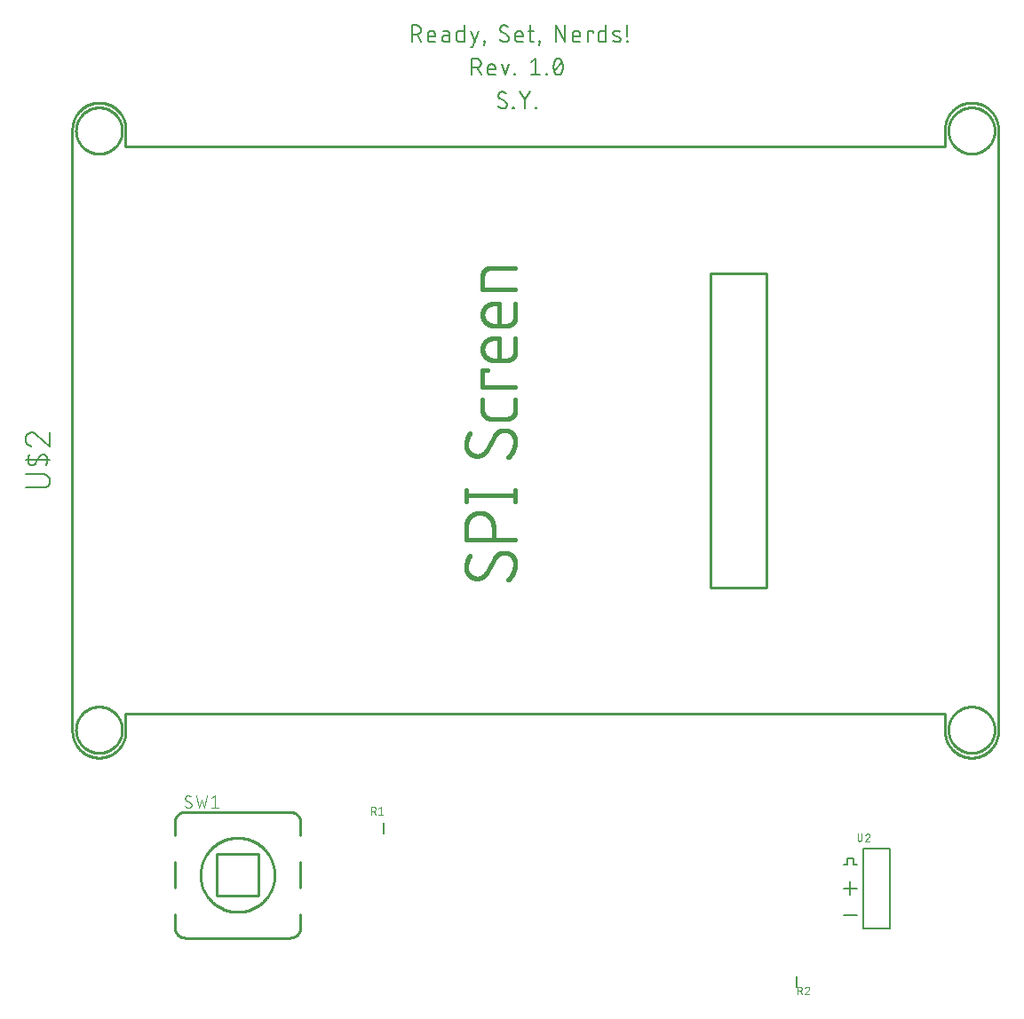
<source format=gbr>
G04 EAGLE Gerber RS-274X export*
G75*
%MOMM*%
%FSLAX34Y34*%
%LPD*%
%INSilkscreen Top*%
%IPPOS*%
%AMOC8*
5,1,8,0,0,1.08239X$1,22.5*%
G01*
%ADD10C,0.203200*%
%ADD11C,0.254000*%
%ADD12C,0.101600*%
%ADD13C,0.127000*%
%ADD14C,0.076200*%
%ADD15C,0.406400*%


D10*
X534416Y947166D02*
X534416Y962914D01*
X538790Y962914D01*
X538921Y962912D01*
X539052Y962906D01*
X539182Y962896D01*
X539312Y962883D01*
X539442Y962865D01*
X539571Y962844D01*
X539699Y962818D01*
X539827Y962789D01*
X539954Y962756D01*
X540079Y962720D01*
X540204Y962679D01*
X540327Y962635D01*
X540449Y962587D01*
X540569Y962536D01*
X540688Y962481D01*
X540805Y962422D01*
X540920Y962360D01*
X541033Y962295D01*
X541145Y962226D01*
X541254Y962154D01*
X541361Y962079D01*
X541466Y962000D01*
X541568Y961919D01*
X541668Y961834D01*
X541765Y961746D01*
X541860Y961656D01*
X541952Y961563D01*
X542041Y961467D01*
X542127Y961368D01*
X542210Y961267D01*
X542290Y961164D01*
X542367Y961058D01*
X542440Y960950D01*
X542511Y960839D01*
X542578Y960727D01*
X542642Y960613D01*
X542702Y960497D01*
X542759Y960379D01*
X542812Y960259D01*
X542862Y960138D01*
X542908Y960015D01*
X542950Y959892D01*
X542988Y959767D01*
X543023Y959640D01*
X543054Y959513D01*
X543082Y959385D01*
X543105Y959257D01*
X543124Y959127D01*
X543140Y958997D01*
X543152Y958867D01*
X543160Y958736D01*
X543164Y958605D01*
X543164Y958475D01*
X543160Y958344D01*
X543152Y958213D01*
X543140Y958083D01*
X543124Y957953D01*
X543105Y957823D01*
X543082Y957695D01*
X543054Y957567D01*
X543023Y957440D01*
X542988Y957313D01*
X542950Y957188D01*
X542908Y957065D01*
X542862Y956942D01*
X542812Y956821D01*
X542759Y956701D01*
X542702Y956583D01*
X542642Y956467D01*
X542578Y956353D01*
X542511Y956241D01*
X542440Y956130D01*
X542367Y956022D01*
X542290Y955916D01*
X542210Y955813D01*
X542127Y955712D01*
X542041Y955613D01*
X541952Y955517D01*
X541860Y955424D01*
X541765Y955334D01*
X541668Y955246D01*
X541568Y955161D01*
X541466Y955080D01*
X541361Y955001D01*
X541254Y954926D01*
X541145Y954854D01*
X541033Y954785D01*
X540920Y954720D01*
X540805Y954658D01*
X540688Y954599D01*
X540569Y954544D01*
X540449Y954493D01*
X540327Y954445D01*
X540204Y954401D01*
X540079Y954360D01*
X539954Y954324D01*
X539827Y954291D01*
X539699Y954262D01*
X539571Y954236D01*
X539442Y954215D01*
X539312Y954197D01*
X539182Y954184D01*
X539052Y954174D01*
X538921Y954168D01*
X538790Y954166D01*
X538790Y954165D02*
X534416Y954165D01*
X539665Y954165D02*
X543165Y947166D01*
X552395Y947166D02*
X556769Y947166D01*
X552395Y947166D02*
X552294Y947168D01*
X552194Y947174D01*
X552094Y947183D01*
X551994Y947197D01*
X551895Y947214D01*
X551797Y947235D01*
X551699Y947260D01*
X551603Y947288D01*
X551508Y947321D01*
X551414Y947356D01*
X551321Y947396D01*
X551230Y947439D01*
X551141Y947485D01*
X551054Y947535D01*
X550968Y947588D01*
X550885Y947644D01*
X550804Y947703D01*
X550725Y947766D01*
X550649Y947831D01*
X550575Y947900D01*
X550504Y947971D01*
X550435Y948045D01*
X550370Y948121D01*
X550307Y948200D01*
X550248Y948281D01*
X550192Y948364D01*
X550139Y948450D01*
X550089Y948537D01*
X550043Y948626D01*
X550000Y948717D01*
X549960Y948810D01*
X549925Y948904D01*
X549892Y948999D01*
X549864Y949095D01*
X549839Y949193D01*
X549818Y949291D01*
X549801Y949390D01*
X549787Y949490D01*
X549778Y949590D01*
X549772Y949690D01*
X549770Y949791D01*
X549770Y954165D01*
X549769Y954165D02*
X549771Y954283D01*
X549777Y954401D01*
X549787Y954519D01*
X549801Y954636D01*
X549819Y954753D01*
X549841Y954870D01*
X549866Y954985D01*
X549896Y955099D01*
X549930Y955213D01*
X549967Y955325D01*
X550008Y955436D01*
X550053Y955545D01*
X550101Y955653D01*
X550153Y955759D01*
X550209Y955864D01*
X550268Y955966D01*
X550330Y956066D01*
X550396Y956164D01*
X550465Y956260D01*
X550538Y956354D01*
X550613Y956445D01*
X550692Y956533D01*
X550773Y956619D01*
X550858Y956702D01*
X550945Y956782D01*
X551034Y956859D01*
X551127Y956933D01*
X551221Y957003D01*
X551318Y957071D01*
X551418Y957135D01*
X551519Y957196D01*
X551622Y957253D01*
X551728Y957307D01*
X551835Y957358D01*
X551943Y957404D01*
X552053Y957447D01*
X552165Y957486D01*
X552278Y957522D01*
X552392Y957553D01*
X552507Y957581D01*
X552622Y957605D01*
X552739Y957625D01*
X552856Y957641D01*
X552974Y957653D01*
X553092Y957661D01*
X553210Y957665D01*
X553328Y957665D01*
X553446Y957661D01*
X553564Y957653D01*
X553682Y957641D01*
X553799Y957625D01*
X553916Y957605D01*
X554031Y957581D01*
X554146Y957553D01*
X554260Y957522D01*
X554373Y957486D01*
X554485Y957447D01*
X554595Y957404D01*
X554703Y957358D01*
X554810Y957307D01*
X554916Y957253D01*
X555019Y957196D01*
X555120Y957135D01*
X555220Y957071D01*
X555317Y957003D01*
X555411Y956933D01*
X555504Y956859D01*
X555593Y956782D01*
X555680Y956702D01*
X555765Y956619D01*
X555846Y956533D01*
X555925Y956445D01*
X556000Y956354D01*
X556073Y956260D01*
X556142Y956164D01*
X556208Y956066D01*
X556270Y955966D01*
X556329Y955864D01*
X556385Y955759D01*
X556437Y955653D01*
X556485Y955545D01*
X556530Y955436D01*
X556571Y955325D01*
X556608Y955213D01*
X556642Y955099D01*
X556672Y954985D01*
X556697Y954870D01*
X556719Y954753D01*
X556737Y954636D01*
X556751Y954519D01*
X556761Y954401D01*
X556767Y954283D01*
X556769Y954165D01*
X556769Y952415D01*
X549770Y952415D01*
X566291Y953290D02*
X570228Y953290D01*
X566291Y953290D02*
X566182Y953288D01*
X566073Y953282D01*
X565964Y953272D01*
X565855Y953259D01*
X565747Y953241D01*
X565640Y953220D01*
X565534Y953195D01*
X565428Y953166D01*
X565324Y953133D01*
X565221Y953097D01*
X565119Y953057D01*
X565019Y953013D01*
X564920Y952966D01*
X564824Y952915D01*
X564729Y952861D01*
X564636Y952804D01*
X564545Y952743D01*
X564456Y952679D01*
X564370Y952612D01*
X564286Y952542D01*
X564204Y952469D01*
X564126Y952393D01*
X564050Y952315D01*
X563977Y952233D01*
X563907Y952149D01*
X563840Y952063D01*
X563776Y951974D01*
X563715Y951883D01*
X563658Y951790D01*
X563604Y951695D01*
X563553Y951599D01*
X563506Y951500D01*
X563462Y951400D01*
X563422Y951298D01*
X563386Y951195D01*
X563353Y951091D01*
X563324Y950985D01*
X563299Y950879D01*
X563278Y950772D01*
X563260Y950664D01*
X563247Y950555D01*
X563237Y950446D01*
X563231Y950337D01*
X563229Y950228D01*
X563231Y950119D01*
X563237Y950010D01*
X563247Y949901D01*
X563260Y949792D01*
X563278Y949684D01*
X563299Y949577D01*
X563324Y949471D01*
X563353Y949365D01*
X563386Y949261D01*
X563422Y949158D01*
X563462Y949056D01*
X563506Y948956D01*
X563553Y948857D01*
X563604Y948761D01*
X563658Y948666D01*
X563715Y948573D01*
X563776Y948482D01*
X563840Y948393D01*
X563907Y948307D01*
X563977Y948223D01*
X564050Y948141D01*
X564126Y948063D01*
X564204Y947987D01*
X564286Y947914D01*
X564370Y947844D01*
X564456Y947777D01*
X564545Y947713D01*
X564636Y947652D01*
X564729Y947595D01*
X564824Y947541D01*
X564920Y947490D01*
X565019Y947443D01*
X565119Y947399D01*
X565221Y947359D01*
X565324Y947323D01*
X565428Y947290D01*
X565534Y947261D01*
X565640Y947236D01*
X565747Y947215D01*
X565855Y947197D01*
X565964Y947184D01*
X566073Y947174D01*
X566182Y947168D01*
X566291Y947166D01*
X570228Y947166D01*
X570228Y955040D01*
X570226Y955141D01*
X570220Y955241D01*
X570211Y955341D01*
X570197Y955441D01*
X570180Y955540D01*
X570159Y955638D01*
X570134Y955736D01*
X570106Y955832D01*
X570073Y955927D01*
X570038Y956021D01*
X569998Y956114D01*
X569955Y956205D01*
X569909Y956294D01*
X569859Y956381D01*
X569806Y956467D01*
X569750Y956550D01*
X569691Y956631D01*
X569628Y956710D01*
X569563Y956786D01*
X569494Y956860D01*
X569423Y956931D01*
X569349Y957000D01*
X569273Y957065D01*
X569194Y957128D01*
X569113Y957187D01*
X569030Y957243D01*
X568944Y957296D01*
X568857Y957346D01*
X568768Y957392D01*
X568677Y957435D01*
X568584Y957475D01*
X568490Y957510D01*
X568395Y957543D01*
X568299Y957571D01*
X568201Y957596D01*
X568103Y957617D01*
X568004Y957634D01*
X567904Y957648D01*
X567804Y957657D01*
X567704Y957663D01*
X567603Y957665D01*
X564104Y957665D01*
X584296Y962914D02*
X584296Y947166D01*
X579922Y947166D01*
X579821Y947168D01*
X579721Y947174D01*
X579621Y947183D01*
X579521Y947197D01*
X579422Y947214D01*
X579324Y947235D01*
X579226Y947260D01*
X579130Y947288D01*
X579035Y947321D01*
X578941Y947356D01*
X578848Y947396D01*
X578757Y947439D01*
X578668Y947485D01*
X578581Y947535D01*
X578495Y947588D01*
X578412Y947644D01*
X578331Y947703D01*
X578252Y947766D01*
X578176Y947831D01*
X578102Y947900D01*
X578031Y947971D01*
X577962Y948045D01*
X577897Y948121D01*
X577834Y948200D01*
X577775Y948281D01*
X577719Y948364D01*
X577666Y948450D01*
X577616Y948537D01*
X577570Y948626D01*
X577527Y948717D01*
X577487Y948810D01*
X577452Y948904D01*
X577419Y948999D01*
X577391Y949095D01*
X577366Y949193D01*
X577345Y949291D01*
X577328Y949390D01*
X577314Y949490D01*
X577305Y949590D01*
X577299Y949690D01*
X577297Y949791D01*
X577297Y955040D01*
X577296Y955040D02*
X577298Y955141D01*
X577304Y955241D01*
X577313Y955341D01*
X577327Y955441D01*
X577344Y955540D01*
X577365Y955638D01*
X577390Y955736D01*
X577418Y955832D01*
X577451Y955927D01*
X577486Y956021D01*
X577526Y956114D01*
X577569Y956205D01*
X577615Y956294D01*
X577665Y956381D01*
X577718Y956467D01*
X577774Y956550D01*
X577833Y956631D01*
X577896Y956710D01*
X577961Y956786D01*
X578030Y956860D01*
X578101Y956931D01*
X578175Y957000D01*
X578251Y957065D01*
X578330Y957128D01*
X578411Y957187D01*
X578494Y957243D01*
X578580Y957296D01*
X578667Y957346D01*
X578756Y957392D01*
X578847Y957435D01*
X578940Y957475D01*
X579034Y957511D01*
X579129Y957543D01*
X579225Y957571D01*
X579323Y957596D01*
X579421Y957617D01*
X579520Y957634D01*
X579620Y957648D01*
X579720Y957657D01*
X579820Y957663D01*
X579921Y957665D01*
X579922Y957665D02*
X584296Y957665D01*
X590932Y941917D02*
X592682Y941917D01*
X597931Y957665D01*
X590932Y957665D02*
X594432Y947166D01*
X603309Y947166D02*
X604184Y947166D01*
X603309Y947166D02*
X603309Y948041D01*
X604184Y948041D01*
X604184Y947166D01*
X602871Y943666D01*
X623443Y947166D02*
X623560Y947168D01*
X623677Y947174D01*
X623793Y947184D01*
X623909Y947197D01*
X624025Y947215D01*
X624140Y947236D01*
X624254Y947261D01*
X624368Y947290D01*
X624480Y947323D01*
X624591Y947360D01*
X624701Y947400D01*
X624809Y947444D01*
X624916Y947491D01*
X625022Y947542D01*
X625125Y947597D01*
X625227Y947655D01*
X625326Y947716D01*
X625424Y947780D01*
X625519Y947848D01*
X625612Y947919D01*
X625703Y947993D01*
X625791Y948070D01*
X625876Y948150D01*
X625959Y948233D01*
X626039Y948318D01*
X626116Y948406D01*
X626190Y948497D01*
X626261Y948590D01*
X626329Y948685D01*
X626393Y948783D01*
X626454Y948882D01*
X626512Y948984D01*
X626567Y949087D01*
X626618Y949193D01*
X626665Y949300D01*
X626709Y949408D01*
X626749Y949518D01*
X626786Y949629D01*
X626819Y949741D01*
X626848Y949855D01*
X626873Y949969D01*
X626894Y950084D01*
X626912Y950199D01*
X626925Y950316D01*
X626935Y950432D01*
X626941Y950549D01*
X626943Y950666D01*
X623443Y947166D02*
X623266Y947168D01*
X623089Y947174D01*
X622913Y947185D01*
X622736Y947200D01*
X622561Y947219D01*
X622385Y947242D01*
X622211Y947269D01*
X622036Y947301D01*
X621863Y947337D01*
X621691Y947377D01*
X621520Y947421D01*
X621349Y947469D01*
X621180Y947521D01*
X621013Y947577D01*
X620846Y947637D01*
X620681Y947701D01*
X620518Y947769D01*
X620356Y947841D01*
X620197Y947917D01*
X620039Y947996D01*
X619883Y948080D01*
X619729Y948167D01*
X619577Y948257D01*
X619427Y948352D01*
X619280Y948450D01*
X619135Y948551D01*
X618992Y948656D01*
X618852Y948764D01*
X618715Y948875D01*
X618580Y948990D01*
X618449Y949108D01*
X618320Y949229D01*
X618194Y949353D01*
X618630Y959414D02*
X618632Y959531D01*
X618638Y959648D01*
X618648Y959764D01*
X618661Y959881D01*
X618679Y959996D01*
X618700Y960111D01*
X618725Y960225D01*
X618754Y960339D01*
X618787Y960451D01*
X618824Y960562D01*
X618864Y960672D01*
X618908Y960780D01*
X618955Y960887D01*
X619006Y960993D01*
X619061Y961096D01*
X619119Y961198D01*
X619180Y961297D01*
X619244Y961395D01*
X619312Y961490D01*
X619383Y961583D01*
X619457Y961674D01*
X619534Y961762D01*
X619614Y961847D01*
X619697Y961930D01*
X619782Y962010D01*
X619870Y962087D01*
X619961Y962161D01*
X620054Y962232D01*
X620149Y962300D01*
X620247Y962364D01*
X620346Y962425D01*
X620448Y962483D01*
X620551Y962538D01*
X620657Y962589D01*
X620764Y962636D01*
X620872Y962680D01*
X620982Y962720D01*
X621093Y962757D01*
X621205Y962790D01*
X621319Y962819D01*
X621433Y962844D01*
X621548Y962865D01*
X621663Y962883D01*
X621780Y962896D01*
X621896Y962906D01*
X622013Y962912D01*
X622130Y962914D01*
X622286Y962912D01*
X622443Y962907D01*
X622599Y962897D01*
X622755Y962884D01*
X622910Y962867D01*
X623065Y962847D01*
X623220Y962823D01*
X623374Y962795D01*
X623527Y962764D01*
X623679Y962729D01*
X623831Y962690D01*
X623981Y962647D01*
X624131Y962602D01*
X624279Y962552D01*
X624426Y962499D01*
X624572Y962443D01*
X624717Y962383D01*
X624860Y962319D01*
X625001Y962253D01*
X625141Y962183D01*
X625279Y962109D01*
X625415Y962032D01*
X625550Y961953D01*
X625682Y961869D01*
X625813Y961783D01*
X625941Y961694D01*
X626067Y961602D01*
X620381Y956352D02*
X620282Y956412D01*
X620186Y956476D01*
X620092Y956542D01*
X620000Y956611D01*
X619910Y956684D01*
X619822Y956759D01*
X619738Y956837D01*
X619655Y956918D01*
X619576Y957001D01*
X619499Y957087D01*
X619425Y957175D01*
X619353Y957266D01*
X619285Y957359D01*
X619220Y957454D01*
X619158Y957552D01*
X619099Y957651D01*
X619044Y957752D01*
X618991Y957855D01*
X618943Y957959D01*
X618897Y958065D01*
X618855Y958172D01*
X618816Y958281D01*
X618781Y958391D01*
X618750Y958502D01*
X618722Y958614D01*
X618698Y958726D01*
X618678Y958840D01*
X618661Y958954D01*
X618648Y959069D01*
X618638Y959184D01*
X618633Y959299D01*
X618631Y959414D01*
X625192Y953728D02*
X625291Y953668D01*
X625387Y953604D01*
X625481Y953538D01*
X625573Y953469D01*
X625663Y953396D01*
X625751Y953321D01*
X625835Y953243D01*
X625918Y953162D01*
X625997Y953079D01*
X626074Y952993D01*
X626148Y952905D01*
X626220Y952814D01*
X626288Y952721D01*
X626353Y952626D01*
X626415Y952528D01*
X626474Y952429D01*
X626529Y952328D01*
X626582Y952225D01*
X626631Y952121D01*
X626676Y952015D01*
X626718Y951908D01*
X626757Y951799D01*
X626792Y951689D01*
X626823Y951578D01*
X626851Y951466D01*
X626875Y951354D01*
X626895Y951240D01*
X626912Y951126D01*
X626925Y951011D01*
X626935Y950896D01*
X626940Y950781D01*
X626942Y950666D01*
X625192Y953728D02*
X620381Y956352D01*
X635761Y947166D02*
X640135Y947166D01*
X635761Y947166D02*
X635660Y947168D01*
X635560Y947174D01*
X635460Y947183D01*
X635360Y947197D01*
X635261Y947214D01*
X635163Y947235D01*
X635065Y947260D01*
X634969Y947288D01*
X634874Y947321D01*
X634780Y947356D01*
X634687Y947396D01*
X634596Y947439D01*
X634507Y947485D01*
X634420Y947535D01*
X634334Y947588D01*
X634251Y947644D01*
X634170Y947703D01*
X634091Y947766D01*
X634015Y947831D01*
X633941Y947900D01*
X633870Y947971D01*
X633801Y948045D01*
X633736Y948121D01*
X633673Y948200D01*
X633614Y948281D01*
X633558Y948364D01*
X633505Y948450D01*
X633455Y948537D01*
X633409Y948626D01*
X633366Y948717D01*
X633326Y948810D01*
X633291Y948904D01*
X633258Y948999D01*
X633230Y949095D01*
X633205Y949193D01*
X633184Y949291D01*
X633167Y949390D01*
X633153Y949490D01*
X633144Y949590D01*
X633138Y949690D01*
X633136Y949791D01*
X633136Y954165D01*
X633138Y954283D01*
X633144Y954401D01*
X633154Y954519D01*
X633168Y954636D01*
X633186Y954753D01*
X633208Y954870D01*
X633233Y954985D01*
X633263Y955099D01*
X633297Y955213D01*
X633334Y955325D01*
X633375Y955436D01*
X633420Y955545D01*
X633468Y955653D01*
X633520Y955759D01*
X633576Y955864D01*
X633635Y955966D01*
X633697Y956066D01*
X633763Y956164D01*
X633832Y956260D01*
X633905Y956354D01*
X633980Y956445D01*
X634059Y956533D01*
X634140Y956619D01*
X634225Y956702D01*
X634312Y956782D01*
X634401Y956859D01*
X634494Y956933D01*
X634588Y957003D01*
X634685Y957071D01*
X634785Y957135D01*
X634886Y957196D01*
X634989Y957253D01*
X635095Y957307D01*
X635202Y957358D01*
X635310Y957404D01*
X635420Y957447D01*
X635532Y957486D01*
X635645Y957522D01*
X635759Y957553D01*
X635874Y957581D01*
X635989Y957605D01*
X636106Y957625D01*
X636223Y957641D01*
X636341Y957653D01*
X636459Y957661D01*
X636577Y957665D01*
X636695Y957665D01*
X636813Y957661D01*
X636931Y957653D01*
X637049Y957641D01*
X637166Y957625D01*
X637283Y957605D01*
X637398Y957581D01*
X637513Y957553D01*
X637627Y957522D01*
X637740Y957486D01*
X637852Y957447D01*
X637962Y957404D01*
X638070Y957358D01*
X638177Y957307D01*
X638283Y957253D01*
X638386Y957196D01*
X638487Y957135D01*
X638587Y957071D01*
X638684Y957003D01*
X638778Y956933D01*
X638871Y956859D01*
X638960Y956782D01*
X639047Y956702D01*
X639132Y956619D01*
X639213Y956533D01*
X639292Y956445D01*
X639367Y956354D01*
X639440Y956260D01*
X639509Y956164D01*
X639575Y956066D01*
X639637Y955966D01*
X639696Y955864D01*
X639752Y955759D01*
X639804Y955653D01*
X639852Y955545D01*
X639897Y955436D01*
X639938Y955325D01*
X639975Y955213D01*
X640009Y955099D01*
X640039Y954985D01*
X640064Y954870D01*
X640086Y954753D01*
X640104Y954636D01*
X640118Y954519D01*
X640128Y954401D01*
X640134Y954283D01*
X640136Y954165D01*
X640135Y954165D02*
X640135Y952415D01*
X633136Y952415D01*
X645334Y957665D02*
X650584Y957665D01*
X647084Y962914D02*
X647084Y949791D01*
X647086Y949690D01*
X647092Y949590D01*
X647101Y949490D01*
X647115Y949390D01*
X647132Y949291D01*
X647153Y949193D01*
X647178Y949095D01*
X647206Y948999D01*
X647239Y948904D01*
X647274Y948810D01*
X647314Y948717D01*
X647357Y948626D01*
X647403Y948537D01*
X647453Y948450D01*
X647506Y948364D01*
X647562Y948281D01*
X647621Y948200D01*
X647684Y948121D01*
X647749Y948045D01*
X647818Y947971D01*
X647889Y947900D01*
X647963Y947831D01*
X648039Y947766D01*
X648118Y947703D01*
X648199Y947644D01*
X648282Y947588D01*
X648368Y947535D01*
X648455Y947485D01*
X648544Y947439D01*
X648635Y947396D01*
X648728Y947356D01*
X648822Y947321D01*
X648917Y947288D01*
X649013Y947260D01*
X649111Y947235D01*
X649209Y947214D01*
X649308Y947197D01*
X649408Y947183D01*
X649508Y947174D01*
X649608Y947168D01*
X649709Y947166D01*
X650584Y947166D01*
X655934Y947166D02*
X656809Y947166D01*
X655934Y947166D02*
X655934Y948041D01*
X656809Y948041D01*
X656809Y947166D01*
X655496Y943666D01*
X671861Y947166D02*
X671861Y962914D01*
X680609Y947166D01*
X680609Y962914D01*
X690470Y947166D02*
X694845Y947166D01*
X690470Y947166D02*
X690369Y947168D01*
X690269Y947174D01*
X690169Y947183D01*
X690069Y947197D01*
X689970Y947214D01*
X689872Y947235D01*
X689774Y947260D01*
X689678Y947288D01*
X689583Y947321D01*
X689489Y947356D01*
X689396Y947396D01*
X689305Y947439D01*
X689216Y947485D01*
X689129Y947535D01*
X689043Y947588D01*
X688960Y947644D01*
X688879Y947703D01*
X688800Y947766D01*
X688724Y947831D01*
X688650Y947900D01*
X688579Y947971D01*
X688510Y948045D01*
X688445Y948121D01*
X688382Y948200D01*
X688323Y948281D01*
X688267Y948364D01*
X688214Y948450D01*
X688164Y948537D01*
X688118Y948626D01*
X688075Y948717D01*
X688035Y948810D01*
X688000Y948904D01*
X687967Y948999D01*
X687939Y949095D01*
X687914Y949193D01*
X687893Y949291D01*
X687876Y949390D01*
X687862Y949490D01*
X687853Y949590D01*
X687847Y949690D01*
X687845Y949791D01*
X687846Y949791D02*
X687846Y954165D01*
X687845Y954165D02*
X687847Y954283D01*
X687853Y954401D01*
X687863Y954519D01*
X687877Y954636D01*
X687895Y954753D01*
X687917Y954870D01*
X687942Y954985D01*
X687972Y955099D01*
X688006Y955213D01*
X688043Y955325D01*
X688084Y955436D01*
X688129Y955545D01*
X688177Y955653D01*
X688229Y955759D01*
X688285Y955864D01*
X688344Y955966D01*
X688406Y956066D01*
X688472Y956164D01*
X688541Y956260D01*
X688614Y956354D01*
X688689Y956445D01*
X688768Y956533D01*
X688849Y956619D01*
X688934Y956702D01*
X689021Y956782D01*
X689110Y956859D01*
X689203Y956933D01*
X689297Y957003D01*
X689394Y957071D01*
X689494Y957135D01*
X689595Y957196D01*
X689698Y957253D01*
X689804Y957307D01*
X689911Y957358D01*
X690019Y957404D01*
X690129Y957447D01*
X690241Y957486D01*
X690354Y957522D01*
X690468Y957553D01*
X690583Y957581D01*
X690698Y957605D01*
X690815Y957625D01*
X690932Y957641D01*
X691050Y957653D01*
X691168Y957661D01*
X691286Y957665D01*
X691404Y957665D01*
X691522Y957661D01*
X691640Y957653D01*
X691758Y957641D01*
X691875Y957625D01*
X691992Y957605D01*
X692107Y957581D01*
X692222Y957553D01*
X692336Y957522D01*
X692449Y957486D01*
X692561Y957447D01*
X692671Y957404D01*
X692779Y957358D01*
X692886Y957307D01*
X692992Y957253D01*
X693095Y957196D01*
X693196Y957135D01*
X693296Y957071D01*
X693393Y957003D01*
X693487Y956933D01*
X693580Y956859D01*
X693669Y956782D01*
X693756Y956702D01*
X693841Y956619D01*
X693922Y956533D01*
X694001Y956445D01*
X694076Y956354D01*
X694149Y956260D01*
X694218Y956164D01*
X694284Y956066D01*
X694346Y955966D01*
X694405Y955864D01*
X694461Y955759D01*
X694513Y955653D01*
X694561Y955545D01*
X694606Y955436D01*
X694647Y955325D01*
X694684Y955213D01*
X694718Y955099D01*
X694748Y954985D01*
X694773Y954870D01*
X694795Y954753D01*
X694813Y954636D01*
X694827Y954519D01*
X694837Y954401D01*
X694843Y954283D01*
X694845Y954165D01*
X694845Y952415D01*
X687846Y952415D01*
X702016Y947166D02*
X702016Y957665D01*
X707265Y957665D01*
X707265Y955915D01*
X719245Y962914D02*
X719245Y947166D01*
X714871Y947166D01*
X714770Y947168D01*
X714670Y947174D01*
X714570Y947183D01*
X714470Y947197D01*
X714371Y947214D01*
X714273Y947235D01*
X714175Y947260D01*
X714079Y947288D01*
X713984Y947321D01*
X713890Y947356D01*
X713797Y947396D01*
X713706Y947439D01*
X713617Y947485D01*
X713530Y947535D01*
X713444Y947588D01*
X713361Y947644D01*
X713280Y947703D01*
X713201Y947766D01*
X713125Y947831D01*
X713051Y947900D01*
X712980Y947971D01*
X712911Y948045D01*
X712846Y948121D01*
X712783Y948200D01*
X712724Y948281D01*
X712668Y948364D01*
X712615Y948450D01*
X712565Y948537D01*
X712519Y948626D01*
X712476Y948717D01*
X712436Y948810D01*
X712401Y948904D01*
X712368Y948999D01*
X712340Y949095D01*
X712315Y949193D01*
X712294Y949291D01*
X712277Y949390D01*
X712263Y949490D01*
X712254Y949590D01*
X712248Y949690D01*
X712246Y949791D01*
X712246Y955040D01*
X712248Y955141D01*
X712254Y955241D01*
X712263Y955341D01*
X712277Y955441D01*
X712294Y955540D01*
X712315Y955638D01*
X712340Y955736D01*
X712368Y955832D01*
X712401Y955927D01*
X712436Y956021D01*
X712476Y956114D01*
X712519Y956205D01*
X712565Y956294D01*
X712615Y956381D01*
X712668Y956467D01*
X712724Y956550D01*
X712783Y956631D01*
X712846Y956710D01*
X712911Y956786D01*
X712980Y956860D01*
X713051Y956931D01*
X713125Y957000D01*
X713201Y957065D01*
X713280Y957128D01*
X713361Y957187D01*
X713444Y957243D01*
X713530Y957296D01*
X713617Y957346D01*
X713706Y957392D01*
X713797Y957435D01*
X713890Y957475D01*
X713984Y957511D01*
X714079Y957543D01*
X714175Y957571D01*
X714273Y957596D01*
X714371Y957617D01*
X714470Y957634D01*
X714570Y957648D01*
X714670Y957657D01*
X714770Y957663D01*
X714871Y957665D01*
X719245Y957665D01*
X727715Y953290D02*
X732089Y951540D01*
X727715Y953290D02*
X727628Y953327D01*
X727543Y953367D01*
X727460Y953411D01*
X727379Y953458D01*
X727300Y953508D01*
X727223Y953562D01*
X727148Y953619D01*
X727075Y953679D01*
X727006Y953742D01*
X726938Y953807D01*
X726874Y953876D01*
X726812Y953947D01*
X726754Y954020D01*
X726699Y954096D01*
X726646Y954174D01*
X726597Y954254D01*
X726552Y954336D01*
X726510Y954420D01*
X726471Y954506D01*
X726436Y954593D01*
X726404Y954682D01*
X726377Y954771D01*
X726353Y954862D01*
X726332Y954954D01*
X726316Y955047D01*
X726304Y955140D01*
X726295Y955233D01*
X726290Y955327D01*
X726289Y955421D01*
X726292Y955515D01*
X726299Y955609D01*
X726310Y955702D01*
X726324Y955795D01*
X726343Y955887D01*
X726365Y955978D01*
X726391Y956068D01*
X726421Y956157D01*
X726454Y956245D01*
X726491Y956332D01*
X726531Y956416D01*
X726575Y956499D01*
X726623Y956580D01*
X726674Y956660D01*
X726728Y956736D01*
X726785Y956811D01*
X726845Y956883D01*
X726908Y956953D01*
X726974Y957020D01*
X727042Y957084D01*
X727114Y957145D01*
X727187Y957204D01*
X727263Y957259D01*
X727341Y957311D01*
X727422Y957359D01*
X727504Y957405D01*
X727588Y957447D01*
X727674Y957485D01*
X727761Y957520D01*
X727850Y957551D01*
X727940Y957578D01*
X728031Y957602D01*
X728122Y957622D01*
X728215Y957638D01*
X728308Y957650D01*
X728402Y957659D01*
X728495Y957663D01*
X728589Y957664D01*
X728590Y957665D02*
X728829Y957659D01*
X729067Y957647D01*
X729306Y957629D01*
X729543Y957605D01*
X729781Y957576D01*
X730017Y957541D01*
X730252Y957501D01*
X730487Y957455D01*
X730720Y957403D01*
X730952Y957345D01*
X731182Y957282D01*
X731411Y957214D01*
X731638Y957140D01*
X731864Y957060D01*
X732087Y956976D01*
X732308Y956886D01*
X732527Y956790D01*
X732089Y951540D02*
X732176Y951503D01*
X732261Y951463D01*
X732344Y951419D01*
X732425Y951372D01*
X732504Y951322D01*
X732581Y951268D01*
X732656Y951211D01*
X732729Y951151D01*
X732798Y951088D01*
X732866Y951023D01*
X732930Y950954D01*
X732992Y950883D01*
X733050Y950810D01*
X733105Y950734D01*
X733158Y950656D01*
X733207Y950576D01*
X733252Y950494D01*
X733294Y950410D01*
X733333Y950324D01*
X733368Y950237D01*
X733400Y950148D01*
X733427Y950059D01*
X733451Y949968D01*
X733472Y949876D01*
X733488Y949783D01*
X733500Y949690D01*
X733509Y949597D01*
X733514Y949503D01*
X733515Y949409D01*
X733512Y949315D01*
X733505Y949221D01*
X733494Y949128D01*
X733480Y949035D01*
X733461Y948943D01*
X733439Y948852D01*
X733413Y948762D01*
X733383Y948673D01*
X733350Y948585D01*
X733313Y948498D01*
X733273Y948414D01*
X733229Y948331D01*
X733181Y948250D01*
X733130Y948170D01*
X733076Y948094D01*
X733019Y948019D01*
X732959Y947947D01*
X732896Y947877D01*
X732830Y947810D01*
X732762Y947746D01*
X732690Y947685D01*
X732617Y947626D01*
X732541Y947571D01*
X732463Y947519D01*
X732382Y947471D01*
X732300Y947425D01*
X732216Y947383D01*
X732130Y947345D01*
X732043Y947310D01*
X731954Y947279D01*
X731864Y947252D01*
X731773Y947228D01*
X731682Y947208D01*
X731589Y947192D01*
X731496Y947180D01*
X731402Y947171D01*
X731309Y947167D01*
X731215Y947166D01*
X730864Y947175D01*
X730513Y947192D01*
X730163Y947218D01*
X729814Y947252D01*
X729466Y947294D01*
X729119Y947345D01*
X728773Y947403D01*
X728428Y947470D01*
X728085Y947545D01*
X727744Y947628D01*
X727405Y947719D01*
X727069Y947818D01*
X726734Y947925D01*
X726403Y948040D01*
X739802Y952415D02*
X739802Y962914D01*
X739364Y948041D02*
X739364Y947166D01*
X739364Y948041D02*
X740239Y948041D01*
X740239Y947166D01*
X739364Y947166D01*
X591603Y931164D02*
X591603Y915416D01*
X591603Y931164D02*
X595977Y931164D01*
X596108Y931162D01*
X596239Y931156D01*
X596369Y931146D01*
X596499Y931133D01*
X596629Y931115D01*
X596758Y931094D01*
X596886Y931068D01*
X597014Y931039D01*
X597141Y931006D01*
X597266Y930970D01*
X597391Y930929D01*
X597514Y930885D01*
X597636Y930837D01*
X597756Y930786D01*
X597875Y930731D01*
X597992Y930672D01*
X598107Y930610D01*
X598220Y930545D01*
X598332Y930476D01*
X598441Y930404D01*
X598548Y930329D01*
X598653Y930250D01*
X598755Y930169D01*
X598855Y930084D01*
X598952Y929996D01*
X599047Y929906D01*
X599139Y929813D01*
X599228Y929717D01*
X599314Y929618D01*
X599397Y929517D01*
X599477Y929414D01*
X599554Y929308D01*
X599627Y929200D01*
X599698Y929089D01*
X599765Y928977D01*
X599829Y928863D01*
X599889Y928747D01*
X599946Y928629D01*
X599999Y928509D01*
X600049Y928388D01*
X600095Y928265D01*
X600137Y928142D01*
X600175Y928017D01*
X600210Y927890D01*
X600241Y927763D01*
X600269Y927635D01*
X600292Y927507D01*
X600311Y927377D01*
X600327Y927247D01*
X600339Y927117D01*
X600347Y926986D01*
X600351Y926855D01*
X600351Y926725D01*
X600347Y926594D01*
X600339Y926463D01*
X600327Y926333D01*
X600311Y926203D01*
X600292Y926073D01*
X600269Y925945D01*
X600241Y925817D01*
X600210Y925690D01*
X600175Y925563D01*
X600137Y925438D01*
X600095Y925315D01*
X600049Y925192D01*
X599999Y925071D01*
X599946Y924951D01*
X599889Y924833D01*
X599829Y924717D01*
X599765Y924603D01*
X599698Y924491D01*
X599627Y924380D01*
X599554Y924272D01*
X599477Y924166D01*
X599397Y924063D01*
X599314Y923962D01*
X599228Y923863D01*
X599139Y923767D01*
X599047Y923674D01*
X598952Y923584D01*
X598855Y923496D01*
X598755Y923411D01*
X598653Y923330D01*
X598548Y923251D01*
X598441Y923176D01*
X598332Y923104D01*
X598220Y923035D01*
X598107Y922970D01*
X597992Y922908D01*
X597875Y922849D01*
X597756Y922794D01*
X597636Y922743D01*
X597514Y922695D01*
X597391Y922651D01*
X597266Y922610D01*
X597141Y922574D01*
X597014Y922541D01*
X596886Y922512D01*
X596758Y922486D01*
X596629Y922465D01*
X596499Y922447D01*
X596369Y922434D01*
X596239Y922424D01*
X596108Y922418D01*
X595977Y922416D01*
X595977Y922415D02*
X591603Y922415D01*
X596852Y922415D02*
X600352Y915416D01*
X609581Y915416D02*
X613956Y915416D01*
X609581Y915416D02*
X609480Y915418D01*
X609380Y915424D01*
X609280Y915433D01*
X609180Y915447D01*
X609081Y915464D01*
X608983Y915485D01*
X608885Y915510D01*
X608789Y915538D01*
X608694Y915571D01*
X608600Y915606D01*
X608507Y915646D01*
X608416Y915689D01*
X608327Y915735D01*
X608240Y915785D01*
X608154Y915838D01*
X608071Y915894D01*
X607990Y915953D01*
X607911Y916016D01*
X607835Y916081D01*
X607761Y916150D01*
X607690Y916221D01*
X607621Y916295D01*
X607556Y916371D01*
X607493Y916450D01*
X607434Y916531D01*
X607378Y916614D01*
X607325Y916700D01*
X607275Y916787D01*
X607229Y916876D01*
X607186Y916967D01*
X607146Y917060D01*
X607111Y917154D01*
X607078Y917249D01*
X607050Y917345D01*
X607025Y917443D01*
X607004Y917541D01*
X606987Y917640D01*
X606973Y917740D01*
X606964Y917840D01*
X606958Y917940D01*
X606956Y918041D01*
X606957Y918041D02*
X606957Y922415D01*
X606956Y922415D02*
X606958Y922533D01*
X606964Y922651D01*
X606974Y922769D01*
X606988Y922886D01*
X607006Y923003D01*
X607028Y923120D01*
X607053Y923235D01*
X607083Y923349D01*
X607117Y923463D01*
X607154Y923575D01*
X607195Y923686D01*
X607240Y923795D01*
X607288Y923903D01*
X607340Y924009D01*
X607396Y924114D01*
X607455Y924216D01*
X607517Y924316D01*
X607583Y924414D01*
X607652Y924510D01*
X607725Y924604D01*
X607800Y924695D01*
X607879Y924783D01*
X607960Y924869D01*
X608045Y924952D01*
X608132Y925032D01*
X608221Y925109D01*
X608314Y925183D01*
X608408Y925253D01*
X608505Y925321D01*
X608605Y925385D01*
X608706Y925446D01*
X608809Y925503D01*
X608915Y925557D01*
X609022Y925608D01*
X609130Y925654D01*
X609240Y925697D01*
X609352Y925736D01*
X609465Y925772D01*
X609579Y925803D01*
X609694Y925831D01*
X609809Y925855D01*
X609926Y925875D01*
X610043Y925891D01*
X610161Y925903D01*
X610279Y925911D01*
X610397Y925915D01*
X610515Y925915D01*
X610633Y925911D01*
X610751Y925903D01*
X610869Y925891D01*
X610986Y925875D01*
X611103Y925855D01*
X611218Y925831D01*
X611333Y925803D01*
X611447Y925772D01*
X611560Y925736D01*
X611672Y925697D01*
X611782Y925654D01*
X611890Y925608D01*
X611997Y925557D01*
X612103Y925503D01*
X612206Y925446D01*
X612307Y925385D01*
X612407Y925321D01*
X612504Y925253D01*
X612598Y925183D01*
X612691Y925109D01*
X612780Y925032D01*
X612867Y924952D01*
X612952Y924869D01*
X613033Y924783D01*
X613112Y924695D01*
X613187Y924604D01*
X613260Y924510D01*
X613329Y924414D01*
X613395Y924316D01*
X613457Y924216D01*
X613516Y924114D01*
X613572Y924009D01*
X613624Y923903D01*
X613672Y923795D01*
X613717Y923686D01*
X613758Y923575D01*
X613795Y923463D01*
X613829Y923349D01*
X613859Y923235D01*
X613884Y923120D01*
X613906Y923003D01*
X613924Y922886D01*
X613938Y922769D01*
X613948Y922651D01*
X613954Y922533D01*
X613956Y922415D01*
X613956Y920665D01*
X606957Y920665D01*
X619983Y925915D02*
X623482Y915416D01*
X626982Y925915D01*
X632423Y916291D02*
X632423Y915416D01*
X632423Y916291D02*
X633298Y916291D01*
X633298Y915416D01*
X632423Y915416D01*
X647765Y927664D02*
X652139Y931164D01*
X652139Y915416D01*
X647765Y915416D02*
X656514Y915416D01*
X662644Y915416D02*
X662644Y916291D01*
X663519Y916291D01*
X663519Y915416D01*
X662644Y915416D01*
X669648Y923290D02*
X669652Y923600D01*
X669663Y923909D01*
X669681Y924219D01*
X669707Y924527D01*
X669740Y924835D01*
X669781Y925143D01*
X669829Y925449D01*
X669884Y925754D01*
X669946Y926057D01*
X670016Y926359D01*
X670093Y926659D01*
X670177Y926957D01*
X670268Y927253D01*
X670366Y927547D01*
X670471Y927839D01*
X670583Y928128D01*
X670702Y928414D01*
X670828Y928697D01*
X670960Y928977D01*
X670961Y928977D02*
X670999Y929082D01*
X671041Y929185D01*
X671086Y929287D01*
X671134Y929388D01*
X671186Y929486D01*
X671242Y929583D01*
X671300Y929678D01*
X671362Y929771D01*
X671427Y929861D01*
X671496Y929949D01*
X671567Y930035D01*
X671641Y930119D01*
X671718Y930199D01*
X671797Y930278D01*
X671880Y930353D01*
X671965Y930425D01*
X672052Y930495D01*
X672142Y930561D01*
X672233Y930624D01*
X672327Y930684D01*
X672423Y930741D01*
X672521Y930795D01*
X672621Y930845D01*
X672722Y930891D01*
X672825Y930934D01*
X672930Y930974D01*
X673035Y931010D01*
X673142Y931042D01*
X673250Y931070D01*
X673359Y931095D01*
X673468Y931116D01*
X673578Y931133D01*
X673689Y931147D01*
X673800Y931156D01*
X673911Y931162D01*
X674023Y931164D01*
X674135Y931162D01*
X674246Y931156D01*
X674357Y931147D01*
X674468Y931133D01*
X674578Y931116D01*
X674688Y931095D01*
X674796Y931070D01*
X674904Y931042D01*
X675011Y931010D01*
X675116Y930974D01*
X675221Y930934D01*
X675324Y930891D01*
X675425Y930845D01*
X675525Y930795D01*
X675623Y930741D01*
X675719Y930684D01*
X675813Y930624D01*
X675904Y930561D01*
X675994Y930495D01*
X676081Y930425D01*
X676166Y930353D01*
X676249Y930278D01*
X676328Y930199D01*
X676405Y930119D01*
X676479Y930035D01*
X676550Y929949D01*
X676619Y929861D01*
X676684Y929771D01*
X676746Y929678D01*
X676804Y929583D01*
X676860Y929486D01*
X676912Y929388D01*
X676960Y929287D01*
X677005Y929185D01*
X677047Y929082D01*
X677085Y928977D01*
X677217Y928697D01*
X677343Y928413D01*
X677462Y928127D01*
X677574Y927838D01*
X677679Y927547D01*
X677777Y927253D01*
X677868Y926957D01*
X677952Y926659D01*
X678029Y926359D01*
X678099Y926057D01*
X678161Y925753D01*
X678216Y925449D01*
X678264Y925143D01*
X678305Y924835D01*
X678338Y924527D01*
X678364Y924219D01*
X678382Y923909D01*
X678393Y923600D01*
X678397Y923290D01*
X669648Y923290D02*
X669652Y922980D01*
X669663Y922671D01*
X669681Y922361D01*
X669707Y922053D01*
X669740Y921745D01*
X669781Y921437D01*
X669829Y921131D01*
X669884Y920826D01*
X669946Y920523D01*
X670016Y920221D01*
X670093Y919921D01*
X670177Y919623D01*
X670268Y919327D01*
X670366Y919033D01*
X670471Y918741D01*
X670583Y918452D01*
X670702Y918166D01*
X670828Y917883D01*
X670960Y917603D01*
X670961Y917603D02*
X670999Y917498D01*
X671041Y917395D01*
X671086Y917293D01*
X671134Y917192D01*
X671186Y917094D01*
X671242Y916997D01*
X671300Y916902D01*
X671362Y916809D01*
X671427Y916719D01*
X671496Y916631D01*
X671567Y916545D01*
X671641Y916461D01*
X671718Y916381D01*
X671797Y916302D01*
X671880Y916227D01*
X671965Y916155D01*
X672052Y916085D01*
X672142Y916019D01*
X672233Y915956D01*
X672327Y915896D01*
X672423Y915839D01*
X672521Y915785D01*
X672621Y915735D01*
X672722Y915689D01*
X672825Y915646D01*
X672930Y915606D01*
X673035Y915570D01*
X673142Y915538D01*
X673250Y915510D01*
X673359Y915485D01*
X673468Y915464D01*
X673578Y915447D01*
X673689Y915433D01*
X673800Y915424D01*
X673911Y915418D01*
X674023Y915416D01*
X677086Y917603D02*
X677218Y917883D01*
X677344Y918166D01*
X677463Y918452D01*
X677575Y918741D01*
X677680Y919033D01*
X677778Y919327D01*
X677869Y919623D01*
X677953Y919921D01*
X678030Y920221D01*
X678100Y920523D01*
X678162Y920826D01*
X678217Y921131D01*
X678265Y921437D01*
X678306Y921745D01*
X678339Y922053D01*
X678365Y922361D01*
X678383Y922671D01*
X678394Y922980D01*
X678398Y923290D01*
X677085Y917603D02*
X677047Y917498D01*
X677005Y917395D01*
X676960Y917293D01*
X676912Y917192D01*
X676860Y917094D01*
X676804Y916997D01*
X676746Y916902D01*
X676684Y916809D01*
X676619Y916719D01*
X676550Y916631D01*
X676479Y916545D01*
X676405Y916461D01*
X676328Y916381D01*
X676249Y916302D01*
X676166Y916227D01*
X676081Y916155D01*
X675994Y916085D01*
X675904Y916019D01*
X675813Y915956D01*
X675719Y915896D01*
X675623Y915839D01*
X675525Y915785D01*
X675425Y915735D01*
X675324Y915689D01*
X675221Y915646D01*
X675116Y915606D01*
X675011Y915570D01*
X674904Y915538D01*
X674796Y915510D01*
X674687Y915485D01*
X674578Y915464D01*
X674468Y915447D01*
X674357Y915433D01*
X674246Y915424D01*
X674135Y915418D01*
X674023Y915416D01*
X670523Y918916D02*
X677523Y927664D01*
X625191Y887166D02*
X625189Y887049D01*
X625183Y886932D01*
X625173Y886816D01*
X625160Y886699D01*
X625142Y886584D01*
X625121Y886469D01*
X625096Y886355D01*
X625067Y886241D01*
X625034Y886129D01*
X624997Y886018D01*
X624957Y885908D01*
X624913Y885800D01*
X624866Y885693D01*
X624815Y885587D01*
X624760Y885484D01*
X624702Y885382D01*
X624641Y885283D01*
X624577Y885185D01*
X624509Y885090D01*
X624438Y884997D01*
X624364Y884906D01*
X624287Y884818D01*
X624207Y884733D01*
X624124Y884650D01*
X624039Y884570D01*
X623951Y884493D01*
X623860Y884419D01*
X623767Y884348D01*
X623672Y884280D01*
X623574Y884216D01*
X623475Y884155D01*
X623373Y884097D01*
X623270Y884042D01*
X623164Y883991D01*
X623057Y883944D01*
X622949Y883900D01*
X622839Y883860D01*
X622728Y883823D01*
X622616Y883790D01*
X622502Y883761D01*
X622388Y883736D01*
X622273Y883715D01*
X622157Y883697D01*
X622041Y883684D01*
X621925Y883674D01*
X621808Y883668D01*
X621691Y883666D01*
X621514Y883668D01*
X621337Y883674D01*
X621161Y883685D01*
X620984Y883700D01*
X620809Y883719D01*
X620633Y883742D01*
X620459Y883769D01*
X620284Y883801D01*
X620111Y883837D01*
X619939Y883877D01*
X619768Y883921D01*
X619597Y883969D01*
X619428Y884021D01*
X619261Y884077D01*
X619094Y884137D01*
X618929Y884201D01*
X618766Y884269D01*
X618604Y884341D01*
X618445Y884417D01*
X618287Y884496D01*
X618131Y884580D01*
X617977Y884667D01*
X617825Y884757D01*
X617675Y884852D01*
X617528Y884950D01*
X617383Y885051D01*
X617240Y885156D01*
X617100Y885264D01*
X616963Y885375D01*
X616828Y885490D01*
X616697Y885608D01*
X616568Y885729D01*
X616442Y885853D01*
X616879Y895914D02*
X616881Y896031D01*
X616887Y896148D01*
X616897Y896264D01*
X616910Y896381D01*
X616928Y896496D01*
X616949Y896611D01*
X616974Y896725D01*
X617003Y896839D01*
X617036Y896951D01*
X617073Y897062D01*
X617113Y897172D01*
X617157Y897280D01*
X617204Y897387D01*
X617255Y897493D01*
X617310Y897596D01*
X617368Y897698D01*
X617429Y897797D01*
X617493Y897895D01*
X617561Y897990D01*
X617632Y898083D01*
X617706Y898174D01*
X617783Y898262D01*
X617863Y898347D01*
X617946Y898430D01*
X618031Y898510D01*
X618119Y898587D01*
X618210Y898661D01*
X618303Y898732D01*
X618398Y898800D01*
X618496Y898864D01*
X618595Y898925D01*
X618697Y898983D01*
X618800Y899038D01*
X618906Y899089D01*
X619013Y899136D01*
X619121Y899180D01*
X619231Y899220D01*
X619342Y899257D01*
X619454Y899290D01*
X619568Y899319D01*
X619682Y899344D01*
X619797Y899365D01*
X619912Y899383D01*
X620029Y899396D01*
X620145Y899406D01*
X620262Y899412D01*
X620379Y899414D01*
X620535Y899412D01*
X620692Y899407D01*
X620848Y899397D01*
X621004Y899384D01*
X621159Y899367D01*
X621314Y899347D01*
X621469Y899323D01*
X621623Y899295D01*
X621776Y899264D01*
X621928Y899229D01*
X622080Y899190D01*
X622230Y899147D01*
X622380Y899102D01*
X622528Y899052D01*
X622675Y898999D01*
X622821Y898943D01*
X622966Y898883D01*
X623109Y898819D01*
X623250Y898753D01*
X623390Y898683D01*
X623528Y898609D01*
X623664Y898532D01*
X623799Y898453D01*
X623931Y898369D01*
X624062Y898283D01*
X624190Y898194D01*
X624316Y898102D01*
X618630Y892852D02*
X618531Y892912D01*
X618435Y892976D01*
X618341Y893042D01*
X618249Y893111D01*
X618159Y893184D01*
X618071Y893259D01*
X617987Y893337D01*
X617904Y893418D01*
X617825Y893501D01*
X617748Y893587D01*
X617674Y893675D01*
X617602Y893766D01*
X617534Y893859D01*
X617469Y893954D01*
X617407Y894052D01*
X617348Y894151D01*
X617293Y894252D01*
X617240Y894355D01*
X617192Y894459D01*
X617146Y894565D01*
X617104Y894672D01*
X617065Y894781D01*
X617030Y894891D01*
X616999Y895002D01*
X616971Y895114D01*
X616947Y895226D01*
X616927Y895340D01*
X616910Y895454D01*
X616897Y895569D01*
X616887Y895684D01*
X616882Y895799D01*
X616880Y895914D01*
X623440Y890228D02*
X623539Y890168D01*
X623635Y890104D01*
X623729Y890038D01*
X623821Y889969D01*
X623911Y889896D01*
X623999Y889821D01*
X624083Y889743D01*
X624166Y889662D01*
X624245Y889579D01*
X624322Y889493D01*
X624396Y889405D01*
X624468Y889314D01*
X624536Y889221D01*
X624601Y889126D01*
X624663Y889028D01*
X624722Y888929D01*
X624777Y888828D01*
X624830Y888725D01*
X624879Y888621D01*
X624924Y888515D01*
X624966Y888408D01*
X625005Y888299D01*
X625040Y888189D01*
X625071Y888078D01*
X625099Y887966D01*
X625123Y887854D01*
X625143Y887740D01*
X625160Y887626D01*
X625173Y887511D01*
X625183Y887396D01*
X625188Y887281D01*
X625190Y887166D01*
X623441Y890228D02*
X618629Y892852D01*
X630800Y884541D02*
X630800Y883666D01*
X630800Y884541D02*
X631675Y884541D01*
X631675Y883666D01*
X630800Y883666D01*
X642179Y891977D02*
X636930Y899414D01*
X642179Y891977D02*
X647428Y899414D01*
X642179Y891977D02*
X642179Y883666D01*
X652683Y883666D02*
X652683Y884541D01*
X653558Y884541D01*
X653558Y883666D01*
X652683Y883666D01*
D11*
X428300Y102400D02*
X428297Y102158D01*
X428288Y101917D01*
X428274Y101676D01*
X428253Y101435D01*
X428227Y101195D01*
X428195Y100955D01*
X428157Y100716D01*
X428114Y100479D01*
X428064Y100242D01*
X428009Y100007D01*
X427949Y99773D01*
X427882Y99541D01*
X427811Y99310D01*
X427733Y99081D01*
X427650Y98854D01*
X427562Y98629D01*
X427468Y98406D01*
X427369Y98186D01*
X427264Y97968D01*
X427155Y97753D01*
X427040Y97540D01*
X426920Y97330D01*
X426795Y97124D01*
X426665Y96920D01*
X426530Y96719D01*
X426390Y96522D01*
X426246Y96328D01*
X426097Y96138D01*
X425943Y95952D01*
X425785Y95769D01*
X425623Y95590D01*
X425456Y95415D01*
X425285Y95244D01*
X425110Y95077D01*
X424931Y94915D01*
X424748Y94757D01*
X424562Y94603D01*
X424372Y94454D01*
X424178Y94310D01*
X423981Y94170D01*
X423780Y94035D01*
X423576Y93905D01*
X423370Y93780D01*
X423160Y93660D01*
X422947Y93545D01*
X422732Y93436D01*
X422514Y93331D01*
X422294Y93232D01*
X422071Y93138D01*
X421846Y93050D01*
X421619Y92967D01*
X421390Y92889D01*
X421159Y92818D01*
X420927Y92751D01*
X420693Y92691D01*
X420458Y92636D01*
X420221Y92586D01*
X419984Y92543D01*
X419745Y92505D01*
X419505Y92473D01*
X419265Y92447D01*
X419024Y92426D01*
X418783Y92412D01*
X418542Y92403D01*
X418300Y92400D01*
X318300Y92400D01*
X318058Y92403D01*
X317817Y92412D01*
X317576Y92426D01*
X317335Y92447D01*
X317095Y92473D01*
X316855Y92505D01*
X316616Y92543D01*
X316379Y92586D01*
X316142Y92636D01*
X315907Y92691D01*
X315673Y92751D01*
X315441Y92818D01*
X315210Y92889D01*
X314981Y92967D01*
X314754Y93050D01*
X314529Y93138D01*
X314306Y93232D01*
X314086Y93331D01*
X313868Y93436D01*
X313653Y93545D01*
X313440Y93660D01*
X313230Y93780D01*
X313024Y93905D01*
X312820Y94035D01*
X312619Y94170D01*
X312422Y94310D01*
X312228Y94454D01*
X312038Y94603D01*
X311852Y94757D01*
X311669Y94915D01*
X311490Y95077D01*
X311315Y95244D01*
X311144Y95415D01*
X310977Y95590D01*
X310815Y95769D01*
X310657Y95952D01*
X310503Y96138D01*
X310354Y96328D01*
X310210Y96522D01*
X310070Y96719D01*
X309935Y96920D01*
X309805Y97124D01*
X309680Y97330D01*
X309560Y97540D01*
X309445Y97753D01*
X309336Y97968D01*
X309231Y98186D01*
X309132Y98406D01*
X309038Y98629D01*
X308950Y98854D01*
X308867Y99081D01*
X308789Y99310D01*
X308718Y99541D01*
X308651Y99773D01*
X308591Y100007D01*
X308536Y100242D01*
X308486Y100479D01*
X308443Y100716D01*
X308405Y100955D01*
X308373Y101195D01*
X308347Y101435D01*
X308326Y101676D01*
X308312Y101917D01*
X308303Y102158D01*
X308300Y102400D01*
X308300Y202400D02*
X308303Y202642D01*
X308312Y202883D01*
X308326Y203124D01*
X308347Y203365D01*
X308373Y203605D01*
X308405Y203845D01*
X308443Y204084D01*
X308486Y204321D01*
X308536Y204558D01*
X308591Y204793D01*
X308651Y205027D01*
X308718Y205259D01*
X308789Y205490D01*
X308867Y205719D01*
X308950Y205946D01*
X309038Y206171D01*
X309132Y206394D01*
X309231Y206614D01*
X309336Y206832D01*
X309445Y207047D01*
X309560Y207260D01*
X309680Y207470D01*
X309805Y207676D01*
X309935Y207880D01*
X310070Y208081D01*
X310210Y208278D01*
X310354Y208472D01*
X310503Y208662D01*
X310657Y208848D01*
X310815Y209031D01*
X310977Y209210D01*
X311144Y209385D01*
X311315Y209556D01*
X311490Y209723D01*
X311669Y209885D01*
X311852Y210043D01*
X312038Y210197D01*
X312228Y210346D01*
X312422Y210490D01*
X312619Y210630D01*
X312820Y210765D01*
X313024Y210895D01*
X313230Y211020D01*
X313440Y211140D01*
X313653Y211255D01*
X313868Y211364D01*
X314086Y211469D01*
X314306Y211568D01*
X314529Y211662D01*
X314754Y211750D01*
X314981Y211833D01*
X315210Y211911D01*
X315441Y211982D01*
X315673Y212049D01*
X315907Y212109D01*
X316142Y212164D01*
X316379Y212214D01*
X316616Y212257D01*
X316855Y212295D01*
X317095Y212327D01*
X317335Y212353D01*
X317576Y212374D01*
X317817Y212388D01*
X318058Y212397D01*
X318300Y212400D01*
X418300Y212400D01*
X418542Y212397D01*
X418783Y212388D01*
X419024Y212374D01*
X419265Y212353D01*
X419505Y212327D01*
X419745Y212295D01*
X419984Y212257D01*
X420221Y212214D01*
X420458Y212164D01*
X420693Y212109D01*
X420927Y212049D01*
X421159Y211982D01*
X421390Y211911D01*
X421619Y211833D01*
X421846Y211750D01*
X422071Y211662D01*
X422294Y211568D01*
X422514Y211469D01*
X422732Y211364D01*
X422947Y211255D01*
X423160Y211140D01*
X423370Y211020D01*
X423576Y210895D01*
X423780Y210765D01*
X423981Y210630D01*
X424178Y210490D01*
X424372Y210346D01*
X424562Y210197D01*
X424748Y210043D01*
X424931Y209885D01*
X425110Y209723D01*
X425285Y209556D01*
X425456Y209385D01*
X425623Y209210D01*
X425785Y209031D01*
X425943Y208848D01*
X426097Y208662D01*
X426246Y208472D01*
X426390Y208278D01*
X426530Y208081D01*
X426665Y207880D01*
X426795Y207676D01*
X426920Y207470D01*
X427040Y207260D01*
X427155Y207047D01*
X427264Y206832D01*
X427369Y206614D01*
X427468Y206394D01*
X427562Y206171D01*
X427650Y205946D01*
X427733Y205719D01*
X427811Y205490D01*
X427882Y205259D01*
X427949Y205027D01*
X428009Y204793D01*
X428064Y204558D01*
X428114Y204321D01*
X428157Y204084D01*
X428195Y203845D01*
X428227Y203605D01*
X428253Y203365D01*
X428274Y203124D01*
X428288Y202883D01*
X428297Y202642D01*
X428300Y202400D01*
X332945Y152400D02*
X332956Y153268D01*
X332988Y154135D01*
X333041Y155001D01*
X333115Y155865D01*
X333211Y156728D01*
X333328Y157588D01*
X333466Y158444D01*
X333624Y159297D01*
X333804Y160146D01*
X334005Y160991D01*
X334226Y161830D01*
X334467Y162663D01*
X334729Y163490D01*
X335012Y164311D01*
X335314Y165124D01*
X335636Y165930D01*
X335978Y166727D01*
X336339Y167516D01*
X336720Y168296D01*
X337120Y169066D01*
X337538Y169826D01*
X337975Y170576D01*
X338430Y171315D01*
X338903Y172042D01*
X339394Y172758D01*
X339903Y173461D01*
X340428Y174152D01*
X340970Y174829D01*
X341529Y175493D01*
X342104Y176143D01*
X342694Y176779D01*
X343300Y177400D01*
X343921Y178006D01*
X344557Y178596D01*
X345207Y179171D01*
X345871Y179730D01*
X346548Y180272D01*
X347239Y180797D01*
X347942Y181306D01*
X348658Y181797D01*
X349385Y182270D01*
X350124Y182725D01*
X350874Y183162D01*
X351634Y183580D01*
X352404Y183980D01*
X353184Y184361D01*
X353973Y184722D01*
X354770Y185064D01*
X355576Y185386D01*
X356389Y185688D01*
X357210Y185971D01*
X358037Y186233D01*
X358870Y186474D01*
X359709Y186695D01*
X360554Y186896D01*
X361403Y187076D01*
X362256Y187234D01*
X363112Y187372D01*
X363972Y187489D01*
X364835Y187585D01*
X365699Y187659D01*
X366565Y187712D01*
X367432Y187744D01*
X368300Y187755D01*
X369168Y187744D01*
X370035Y187712D01*
X370901Y187659D01*
X371765Y187585D01*
X372628Y187489D01*
X373488Y187372D01*
X374344Y187234D01*
X375197Y187076D01*
X376046Y186896D01*
X376891Y186695D01*
X377730Y186474D01*
X378563Y186233D01*
X379390Y185971D01*
X380211Y185688D01*
X381024Y185386D01*
X381830Y185064D01*
X382627Y184722D01*
X383416Y184361D01*
X384196Y183980D01*
X384966Y183580D01*
X385726Y183162D01*
X386476Y182725D01*
X387215Y182270D01*
X387942Y181797D01*
X388658Y181306D01*
X389361Y180797D01*
X390052Y180272D01*
X390729Y179730D01*
X391393Y179171D01*
X392043Y178596D01*
X392679Y178006D01*
X393300Y177400D01*
X393906Y176779D01*
X394496Y176143D01*
X395071Y175493D01*
X395630Y174829D01*
X396172Y174152D01*
X396697Y173461D01*
X397206Y172758D01*
X397697Y172042D01*
X398170Y171315D01*
X398625Y170576D01*
X399062Y169826D01*
X399480Y169066D01*
X399880Y168296D01*
X400261Y167516D01*
X400622Y166727D01*
X400964Y165930D01*
X401286Y165124D01*
X401588Y164311D01*
X401871Y163490D01*
X402133Y162663D01*
X402374Y161830D01*
X402595Y160991D01*
X402796Y160146D01*
X402976Y159297D01*
X403134Y158444D01*
X403272Y157588D01*
X403389Y156728D01*
X403485Y155865D01*
X403559Y155001D01*
X403612Y154135D01*
X403644Y153268D01*
X403655Y152400D01*
X403644Y151532D01*
X403612Y150665D01*
X403559Y149799D01*
X403485Y148935D01*
X403389Y148072D01*
X403272Y147212D01*
X403134Y146356D01*
X402976Y145503D01*
X402796Y144654D01*
X402595Y143809D01*
X402374Y142970D01*
X402133Y142137D01*
X401871Y141310D01*
X401588Y140489D01*
X401286Y139676D01*
X400964Y138870D01*
X400622Y138073D01*
X400261Y137284D01*
X399880Y136504D01*
X399480Y135734D01*
X399062Y134974D01*
X398625Y134224D01*
X398170Y133485D01*
X397697Y132758D01*
X397206Y132042D01*
X396697Y131339D01*
X396172Y130648D01*
X395630Y129971D01*
X395071Y129307D01*
X394496Y128657D01*
X393906Y128021D01*
X393300Y127400D01*
X392679Y126794D01*
X392043Y126204D01*
X391393Y125629D01*
X390729Y125070D01*
X390052Y124528D01*
X389361Y124003D01*
X388658Y123494D01*
X387942Y123003D01*
X387215Y122530D01*
X386476Y122075D01*
X385726Y121638D01*
X384966Y121220D01*
X384196Y120820D01*
X383416Y120439D01*
X382627Y120078D01*
X381830Y119736D01*
X381024Y119414D01*
X380211Y119112D01*
X379390Y118829D01*
X378563Y118567D01*
X377730Y118326D01*
X376891Y118105D01*
X376046Y117904D01*
X375197Y117724D01*
X374344Y117566D01*
X373488Y117428D01*
X372628Y117311D01*
X371765Y117215D01*
X370901Y117141D01*
X370035Y117088D01*
X369168Y117056D01*
X368300Y117045D01*
X367432Y117056D01*
X366565Y117088D01*
X365699Y117141D01*
X364835Y117215D01*
X363972Y117311D01*
X363112Y117428D01*
X362256Y117566D01*
X361403Y117724D01*
X360554Y117904D01*
X359709Y118105D01*
X358870Y118326D01*
X358037Y118567D01*
X357210Y118829D01*
X356389Y119112D01*
X355576Y119414D01*
X354770Y119736D01*
X353973Y120078D01*
X353184Y120439D01*
X352404Y120820D01*
X351634Y121220D01*
X350874Y121638D01*
X350124Y122075D01*
X349385Y122530D01*
X348658Y123003D01*
X347942Y123494D01*
X347239Y124003D01*
X346548Y124528D01*
X345871Y125070D01*
X345207Y125629D01*
X344557Y126204D01*
X343921Y126794D01*
X343300Y127400D01*
X342694Y128021D01*
X342104Y128657D01*
X341529Y129307D01*
X340970Y129971D01*
X340428Y130648D01*
X339903Y131339D01*
X339394Y132042D01*
X338903Y132758D01*
X338430Y133485D01*
X337975Y134224D01*
X337538Y134974D01*
X337120Y135734D01*
X336720Y136504D01*
X336339Y137284D01*
X335978Y138073D01*
X335636Y138870D01*
X335314Y139676D01*
X335012Y140489D01*
X334729Y141310D01*
X334467Y142137D01*
X334226Y142970D01*
X334005Y143809D01*
X333804Y144654D01*
X333624Y145503D01*
X333466Y146356D01*
X333328Y147212D01*
X333211Y148072D01*
X333115Y148935D01*
X333041Y149799D01*
X332988Y150665D01*
X332956Y151532D01*
X332945Y152400D01*
X348300Y172400D02*
X388300Y172400D01*
X388300Y132400D01*
X348300Y132400D01*
X348300Y172400D01*
X308300Y189900D02*
X308300Y202400D01*
X308300Y164900D02*
X308300Y139900D01*
X308300Y114900D02*
X308300Y102400D01*
X428300Y189900D02*
X428300Y202400D01*
X428300Y164900D02*
X428300Y139900D01*
X428300Y114900D02*
X428300Y102400D01*
D12*
X321903Y216408D02*
X322002Y216410D01*
X322102Y216416D01*
X322201Y216425D01*
X322299Y216438D01*
X322397Y216455D01*
X322495Y216476D01*
X322591Y216501D01*
X322686Y216529D01*
X322780Y216561D01*
X322873Y216596D01*
X322965Y216635D01*
X323055Y216678D01*
X323143Y216723D01*
X323230Y216773D01*
X323314Y216825D01*
X323397Y216881D01*
X323477Y216939D01*
X323555Y217001D01*
X323630Y217066D01*
X323703Y217134D01*
X323773Y217204D01*
X323841Y217277D01*
X323906Y217352D01*
X323968Y217430D01*
X324026Y217510D01*
X324082Y217593D01*
X324134Y217677D01*
X324184Y217764D01*
X324229Y217852D01*
X324272Y217942D01*
X324311Y218034D01*
X324346Y218127D01*
X324378Y218221D01*
X324406Y218316D01*
X324431Y218412D01*
X324452Y218510D01*
X324469Y218608D01*
X324482Y218706D01*
X324491Y218805D01*
X324497Y218905D01*
X324499Y219004D01*
X321903Y216408D02*
X321759Y216410D01*
X321614Y216416D01*
X321470Y216425D01*
X321327Y216438D01*
X321183Y216455D01*
X321040Y216476D01*
X320898Y216501D01*
X320757Y216529D01*
X320616Y216561D01*
X320476Y216597D01*
X320337Y216636D01*
X320199Y216679D01*
X320063Y216726D01*
X319927Y216776D01*
X319793Y216830D01*
X319661Y216887D01*
X319530Y216948D01*
X319401Y217012D01*
X319273Y217080D01*
X319147Y217150D01*
X319023Y217225D01*
X318902Y217302D01*
X318782Y217383D01*
X318664Y217466D01*
X318549Y217553D01*
X318436Y217643D01*
X318325Y217736D01*
X318217Y217831D01*
X318111Y217930D01*
X318008Y218031D01*
X318333Y225496D02*
X318335Y225595D01*
X318341Y225695D01*
X318350Y225794D01*
X318363Y225892D01*
X318380Y225990D01*
X318401Y226088D01*
X318426Y226184D01*
X318454Y226279D01*
X318486Y226373D01*
X318521Y226466D01*
X318560Y226558D01*
X318603Y226648D01*
X318648Y226736D01*
X318698Y226823D01*
X318750Y226907D01*
X318806Y226990D01*
X318864Y227070D01*
X318926Y227148D01*
X318991Y227223D01*
X319059Y227296D01*
X319129Y227366D01*
X319202Y227434D01*
X319277Y227499D01*
X319355Y227561D01*
X319435Y227619D01*
X319518Y227675D01*
X319602Y227727D01*
X319689Y227777D01*
X319777Y227822D01*
X319867Y227865D01*
X319959Y227904D01*
X320052Y227939D01*
X320146Y227971D01*
X320241Y227999D01*
X320338Y228024D01*
X320435Y228045D01*
X320533Y228062D01*
X320631Y228075D01*
X320730Y228084D01*
X320830Y228090D01*
X320929Y228092D01*
X321065Y228090D01*
X321201Y228084D01*
X321337Y228075D01*
X321473Y228062D01*
X321608Y228044D01*
X321742Y228024D01*
X321876Y227999D01*
X322010Y227971D01*
X322142Y227938D01*
X322273Y227903D01*
X322404Y227863D01*
X322533Y227820D01*
X322661Y227774D01*
X322787Y227723D01*
X322913Y227670D01*
X323036Y227612D01*
X323158Y227552D01*
X323278Y227488D01*
X323397Y227420D01*
X323513Y227350D01*
X323627Y227276D01*
X323740Y227199D01*
X323850Y227118D01*
X319631Y223224D02*
X319545Y223277D01*
X319461Y223334D01*
X319379Y223393D01*
X319299Y223456D01*
X319222Y223522D01*
X319147Y223590D01*
X319075Y223662D01*
X319006Y223736D01*
X318940Y223813D01*
X318877Y223892D01*
X318817Y223974D01*
X318760Y224058D01*
X318706Y224144D01*
X318656Y224232D01*
X318609Y224322D01*
X318565Y224413D01*
X318526Y224507D01*
X318489Y224601D01*
X318457Y224697D01*
X318428Y224795D01*
X318403Y224893D01*
X318382Y224992D01*
X318364Y225092D01*
X318351Y225192D01*
X318341Y225293D01*
X318335Y225395D01*
X318333Y225496D01*
X323201Y221276D02*
X323287Y221223D01*
X323371Y221166D01*
X323453Y221107D01*
X323533Y221044D01*
X323610Y220978D01*
X323685Y220910D01*
X323757Y220838D01*
X323826Y220764D01*
X323892Y220687D01*
X323955Y220608D01*
X324015Y220526D01*
X324072Y220442D01*
X324126Y220356D01*
X324176Y220268D01*
X324223Y220178D01*
X324267Y220087D01*
X324306Y219993D01*
X324343Y219899D01*
X324375Y219803D01*
X324404Y219705D01*
X324429Y219607D01*
X324450Y219508D01*
X324468Y219408D01*
X324481Y219308D01*
X324491Y219207D01*
X324497Y219105D01*
X324499Y219004D01*
X323201Y221276D02*
X319631Y223224D01*
X328634Y228092D02*
X331230Y216408D01*
X333827Y224197D01*
X336423Y216408D01*
X339019Y228092D01*
X343535Y225496D02*
X346781Y228092D01*
X346781Y216408D01*
X350026Y216408D02*
X343535Y216408D01*
D13*
X508000Y201930D02*
X508000Y191770D01*
D14*
X495681Y209931D02*
X495681Y217297D01*
X497727Y217297D01*
X497816Y217295D01*
X497905Y217289D01*
X497994Y217279D01*
X498082Y217266D01*
X498170Y217249D01*
X498257Y217227D01*
X498342Y217202D01*
X498427Y217174D01*
X498510Y217141D01*
X498592Y217105D01*
X498672Y217066D01*
X498750Y217023D01*
X498826Y216977D01*
X498901Y216927D01*
X498973Y216874D01*
X499042Y216818D01*
X499109Y216759D01*
X499174Y216698D01*
X499235Y216633D01*
X499294Y216566D01*
X499350Y216497D01*
X499403Y216425D01*
X499453Y216350D01*
X499499Y216274D01*
X499542Y216196D01*
X499581Y216116D01*
X499617Y216034D01*
X499650Y215951D01*
X499678Y215866D01*
X499703Y215781D01*
X499725Y215694D01*
X499742Y215606D01*
X499755Y215518D01*
X499765Y215429D01*
X499771Y215340D01*
X499773Y215251D01*
X499771Y215162D01*
X499765Y215073D01*
X499755Y214984D01*
X499742Y214896D01*
X499725Y214808D01*
X499703Y214721D01*
X499678Y214636D01*
X499650Y214551D01*
X499617Y214468D01*
X499581Y214386D01*
X499542Y214306D01*
X499499Y214228D01*
X499453Y214152D01*
X499403Y214077D01*
X499350Y214005D01*
X499294Y213936D01*
X499235Y213869D01*
X499174Y213804D01*
X499109Y213743D01*
X499042Y213684D01*
X498973Y213628D01*
X498901Y213575D01*
X498826Y213525D01*
X498750Y213479D01*
X498672Y213436D01*
X498592Y213397D01*
X498510Y213361D01*
X498427Y213328D01*
X498342Y213300D01*
X498257Y213275D01*
X498170Y213253D01*
X498082Y213236D01*
X497994Y213223D01*
X497905Y213213D01*
X497816Y213207D01*
X497727Y213205D01*
X495681Y213205D01*
X498136Y213205D02*
X499773Y209931D01*
X502945Y215660D02*
X504991Y217297D01*
X504991Y209931D01*
X502945Y209931D02*
X507037Y209931D01*
D13*
X965200Y177800D02*
X990600Y177800D01*
X990600Y101600D01*
X965200Y101600D01*
X965200Y177800D01*
X952500Y146050D02*
X952500Y133350D01*
X946150Y139700D02*
X958850Y139700D01*
X958850Y114300D02*
X946150Y114300D01*
X946150Y161925D02*
X949325Y161925D01*
X949325Y168275D01*
X955675Y168275D01*
X955675Y161925D01*
X958850Y161925D01*
D12*
X959358Y186634D02*
X959358Y191770D01*
X959358Y186634D02*
X959360Y186547D01*
X959366Y186459D01*
X959375Y186372D01*
X959389Y186286D01*
X959406Y186200D01*
X959427Y186116D01*
X959452Y186032D01*
X959481Y185949D01*
X959513Y185868D01*
X959548Y185788D01*
X959587Y185710D01*
X959630Y185633D01*
X959676Y185559D01*
X959725Y185487D01*
X959777Y185417D01*
X959833Y185349D01*
X959891Y185284D01*
X959952Y185221D01*
X960016Y185162D01*
X960083Y185105D01*
X960151Y185051D01*
X960223Y185000D01*
X960296Y184953D01*
X960371Y184908D01*
X960449Y184867D01*
X960528Y184830D01*
X960608Y184796D01*
X960690Y184766D01*
X960773Y184739D01*
X960858Y184716D01*
X960943Y184697D01*
X961029Y184682D01*
X961116Y184670D01*
X961203Y184662D01*
X961290Y184658D01*
X961378Y184658D01*
X961465Y184662D01*
X961552Y184670D01*
X961639Y184682D01*
X961725Y184697D01*
X961810Y184716D01*
X961895Y184739D01*
X961978Y184766D01*
X962060Y184796D01*
X962140Y184830D01*
X962219Y184867D01*
X962297Y184908D01*
X962372Y184953D01*
X962445Y185000D01*
X962517Y185051D01*
X962585Y185105D01*
X962652Y185162D01*
X962716Y185221D01*
X962777Y185284D01*
X962835Y185349D01*
X962891Y185417D01*
X962943Y185487D01*
X962992Y185559D01*
X963038Y185633D01*
X963081Y185710D01*
X963120Y185788D01*
X963155Y185868D01*
X963187Y185949D01*
X963216Y186032D01*
X963241Y186116D01*
X963262Y186200D01*
X963279Y186286D01*
X963293Y186372D01*
X963302Y186459D01*
X963308Y186547D01*
X963310Y186634D01*
X963309Y186634D02*
X963309Y191770D01*
X969090Y191770D02*
X969172Y191768D01*
X969254Y191762D01*
X969336Y191753D01*
X969417Y191740D01*
X969497Y191723D01*
X969577Y191702D01*
X969655Y191678D01*
X969732Y191650D01*
X969808Y191619D01*
X969883Y191584D01*
X969955Y191545D01*
X970026Y191504D01*
X970095Y191459D01*
X970161Y191411D01*
X970226Y191360D01*
X970288Y191306D01*
X970347Y191249D01*
X970404Y191190D01*
X970458Y191128D01*
X970509Y191063D01*
X970557Y190997D01*
X970602Y190928D01*
X970643Y190857D01*
X970682Y190785D01*
X970717Y190710D01*
X970748Y190634D01*
X970776Y190557D01*
X970800Y190479D01*
X970821Y190399D01*
X970838Y190319D01*
X970851Y190238D01*
X970860Y190156D01*
X970866Y190074D01*
X970868Y189992D01*
X969090Y191770D02*
X968997Y191768D01*
X968905Y191762D01*
X968813Y191753D01*
X968721Y191740D01*
X968630Y191723D01*
X968540Y191703D01*
X968450Y191679D01*
X968362Y191651D01*
X968274Y191619D01*
X968189Y191585D01*
X968104Y191546D01*
X968022Y191505D01*
X967941Y191460D01*
X967861Y191411D01*
X967784Y191360D01*
X967709Y191306D01*
X967637Y191248D01*
X967567Y191188D01*
X967499Y191124D01*
X967434Y191059D01*
X967371Y190990D01*
X967312Y190919D01*
X967255Y190846D01*
X967201Y190770D01*
X967151Y190693D01*
X967103Y190613D01*
X967059Y190532D01*
X967019Y190448D01*
X966981Y190364D01*
X966947Y190277D01*
X966917Y190190D01*
X970275Y188609D02*
X970336Y188670D01*
X970394Y188733D01*
X970449Y188799D01*
X970502Y188867D01*
X970551Y188938D01*
X970596Y189010D01*
X970639Y189085D01*
X970678Y189161D01*
X970714Y189240D01*
X970746Y189319D01*
X970774Y189400D01*
X970799Y189483D01*
X970820Y189566D01*
X970837Y189650D01*
X970851Y189735D01*
X970860Y189820D01*
X970866Y189906D01*
X970868Y189992D01*
X970275Y188609D02*
X966917Y184658D01*
X970868Y184658D01*
D11*
X1046070Y290830D02*
X1046077Y291370D01*
X1046096Y291909D01*
X1046130Y292448D01*
X1046176Y292986D01*
X1046235Y293523D01*
X1046308Y294058D01*
X1046394Y294591D01*
X1046493Y295122D01*
X1046605Y295650D01*
X1046729Y296176D01*
X1046867Y296698D01*
X1047017Y297216D01*
X1047180Y297731D01*
X1047356Y298242D01*
X1047544Y298748D01*
X1047745Y299249D01*
X1047957Y299745D01*
X1048182Y300236D01*
X1048419Y300721D01*
X1048668Y301201D01*
X1048928Y301674D01*
X1049200Y302140D01*
X1049483Y302600D01*
X1049778Y303053D01*
X1050083Y303498D01*
X1050399Y303935D01*
X1050726Y304365D01*
X1051064Y304787D01*
X1051411Y305200D01*
X1051769Y305604D01*
X1052137Y306000D01*
X1052514Y306386D01*
X1052900Y306763D01*
X1053296Y307131D01*
X1053700Y307489D01*
X1054113Y307836D01*
X1054535Y308174D01*
X1054965Y308501D01*
X1055402Y308817D01*
X1055847Y309122D01*
X1056300Y309417D01*
X1056760Y309700D01*
X1057226Y309972D01*
X1057699Y310232D01*
X1058179Y310481D01*
X1058664Y310718D01*
X1059155Y310943D01*
X1059651Y311155D01*
X1060152Y311356D01*
X1060658Y311544D01*
X1061169Y311720D01*
X1061684Y311883D01*
X1062202Y312033D01*
X1062724Y312171D01*
X1063250Y312295D01*
X1063778Y312407D01*
X1064309Y312506D01*
X1064842Y312592D01*
X1065377Y312665D01*
X1065914Y312724D01*
X1066452Y312770D01*
X1066991Y312804D01*
X1067530Y312823D01*
X1068070Y312830D01*
X1068610Y312823D01*
X1069149Y312804D01*
X1069688Y312770D01*
X1070226Y312724D01*
X1070763Y312665D01*
X1071298Y312592D01*
X1071831Y312506D01*
X1072362Y312407D01*
X1072890Y312295D01*
X1073416Y312171D01*
X1073938Y312033D01*
X1074456Y311883D01*
X1074971Y311720D01*
X1075482Y311544D01*
X1075988Y311356D01*
X1076489Y311155D01*
X1076985Y310943D01*
X1077476Y310718D01*
X1077961Y310481D01*
X1078441Y310232D01*
X1078914Y309972D01*
X1079380Y309700D01*
X1079840Y309417D01*
X1080293Y309122D01*
X1080738Y308817D01*
X1081175Y308501D01*
X1081605Y308174D01*
X1082027Y307836D01*
X1082440Y307489D01*
X1082844Y307131D01*
X1083240Y306763D01*
X1083626Y306386D01*
X1084003Y306000D01*
X1084371Y305604D01*
X1084729Y305200D01*
X1085076Y304787D01*
X1085414Y304365D01*
X1085741Y303935D01*
X1086057Y303498D01*
X1086362Y303053D01*
X1086657Y302600D01*
X1086940Y302140D01*
X1087212Y301674D01*
X1087472Y301201D01*
X1087721Y300721D01*
X1087958Y300236D01*
X1088183Y299745D01*
X1088395Y299249D01*
X1088596Y298748D01*
X1088784Y298242D01*
X1088960Y297731D01*
X1089123Y297216D01*
X1089273Y296698D01*
X1089411Y296176D01*
X1089535Y295650D01*
X1089647Y295122D01*
X1089746Y294591D01*
X1089832Y294058D01*
X1089905Y293523D01*
X1089964Y292986D01*
X1090010Y292448D01*
X1090044Y291909D01*
X1090063Y291370D01*
X1090070Y290830D01*
X1090063Y290290D01*
X1090044Y289751D01*
X1090010Y289212D01*
X1089964Y288674D01*
X1089905Y288137D01*
X1089832Y287602D01*
X1089746Y287069D01*
X1089647Y286538D01*
X1089535Y286010D01*
X1089411Y285484D01*
X1089273Y284962D01*
X1089123Y284444D01*
X1088960Y283929D01*
X1088784Y283418D01*
X1088596Y282912D01*
X1088395Y282411D01*
X1088183Y281915D01*
X1087958Y281424D01*
X1087721Y280939D01*
X1087472Y280459D01*
X1087212Y279986D01*
X1086940Y279520D01*
X1086657Y279060D01*
X1086362Y278607D01*
X1086057Y278162D01*
X1085741Y277725D01*
X1085414Y277295D01*
X1085076Y276873D01*
X1084729Y276460D01*
X1084371Y276056D01*
X1084003Y275660D01*
X1083626Y275274D01*
X1083240Y274897D01*
X1082844Y274529D01*
X1082440Y274171D01*
X1082027Y273824D01*
X1081605Y273486D01*
X1081175Y273159D01*
X1080738Y272843D01*
X1080293Y272538D01*
X1079840Y272243D01*
X1079380Y271960D01*
X1078914Y271688D01*
X1078441Y271428D01*
X1077961Y271179D01*
X1077476Y270942D01*
X1076985Y270717D01*
X1076489Y270505D01*
X1075988Y270304D01*
X1075482Y270116D01*
X1074971Y269940D01*
X1074456Y269777D01*
X1073938Y269627D01*
X1073416Y269489D01*
X1072890Y269365D01*
X1072362Y269253D01*
X1071831Y269154D01*
X1071298Y269068D01*
X1070763Y268995D01*
X1070226Y268936D01*
X1069688Y268890D01*
X1069149Y268856D01*
X1068610Y268837D01*
X1068070Y268830D01*
X1067530Y268837D01*
X1066991Y268856D01*
X1066452Y268890D01*
X1065914Y268936D01*
X1065377Y268995D01*
X1064842Y269068D01*
X1064309Y269154D01*
X1063778Y269253D01*
X1063250Y269365D01*
X1062724Y269489D01*
X1062202Y269627D01*
X1061684Y269777D01*
X1061169Y269940D01*
X1060658Y270116D01*
X1060152Y270304D01*
X1059651Y270505D01*
X1059155Y270717D01*
X1058664Y270942D01*
X1058179Y271179D01*
X1057699Y271428D01*
X1057226Y271688D01*
X1056760Y271960D01*
X1056300Y272243D01*
X1055847Y272538D01*
X1055402Y272843D01*
X1054965Y273159D01*
X1054535Y273486D01*
X1054113Y273824D01*
X1053700Y274171D01*
X1053296Y274529D01*
X1052900Y274897D01*
X1052514Y275274D01*
X1052137Y275660D01*
X1051769Y276056D01*
X1051411Y276460D01*
X1051064Y276873D01*
X1050726Y277295D01*
X1050399Y277725D01*
X1050083Y278162D01*
X1049778Y278607D01*
X1049483Y279060D01*
X1049200Y279520D01*
X1048928Y279986D01*
X1048668Y280459D01*
X1048419Y280939D01*
X1048182Y281424D01*
X1047957Y281915D01*
X1047745Y282411D01*
X1047544Y282912D01*
X1047356Y283418D01*
X1047180Y283929D01*
X1047017Y284444D01*
X1046867Y284962D01*
X1046729Y285484D01*
X1046605Y286010D01*
X1046493Y286538D01*
X1046394Y287069D01*
X1046308Y287602D01*
X1046235Y288137D01*
X1046176Y288674D01*
X1046130Y289212D01*
X1046096Y289751D01*
X1046077Y290290D01*
X1046070Y290830D01*
X1046070Y862330D02*
X1046077Y862870D01*
X1046096Y863409D01*
X1046130Y863948D01*
X1046176Y864486D01*
X1046235Y865023D01*
X1046308Y865558D01*
X1046394Y866091D01*
X1046493Y866622D01*
X1046605Y867150D01*
X1046729Y867676D01*
X1046867Y868198D01*
X1047017Y868716D01*
X1047180Y869231D01*
X1047356Y869742D01*
X1047544Y870248D01*
X1047745Y870749D01*
X1047957Y871245D01*
X1048182Y871736D01*
X1048419Y872221D01*
X1048668Y872701D01*
X1048928Y873174D01*
X1049200Y873640D01*
X1049483Y874100D01*
X1049778Y874553D01*
X1050083Y874998D01*
X1050399Y875435D01*
X1050726Y875865D01*
X1051064Y876287D01*
X1051411Y876700D01*
X1051769Y877104D01*
X1052137Y877500D01*
X1052514Y877886D01*
X1052900Y878263D01*
X1053296Y878631D01*
X1053700Y878989D01*
X1054113Y879336D01*
X1054535Y879674D01*
X1054965Y880001D01*
X1055402Y880317D01*
X1055847Y880622D01*
X1056300Y880917D01*
X1056760Y881200D01*
X1057226Y881472D01*
X1057699Y881732D01*
X1058179Y881981D01*
X1058664Y882218D01*
X1059155Y882443D01*
X1059651Y882655D01*
X1060152Y882856D01*
X1060658Y883044D01*
X1061169Y883220D01*
X1061684Y883383D01*
X1062202Y883533D01*
X1062724Y883671D01*
X1063250Y883795D01*
X1063778Y883907D01*
X1064309Y884006D01*
X1064842Y884092D01*
X1065377Y884165D01*
X1065914Y884224D01*
X1066452Y884270D01*
X1066991Y884304D01*
X1067530Y884323D01*
X1068070Y884330D01*
X1068610Y884323D01*
X1069149Y884304D01*
X1069688Y884270D01*
X1070226Y884224D01*
X1070763Y884165D01*
X1071298Y884092D01*
X1071831Y884006D01*
X1072362Y883907D01*
X1072890Y883795D01*
X1073416Y883671D01*
X1073938Y883533D01*
X1074456Y883383D01*
X1074971Y883220D01*
X1075482Y883044D01*
X1075988Y882856D01*
X1076489Y882655D01*
X1076985Y882443D01*
X1077476Y882218D01*
X1077961Y881981D01*
X1078441Y881732D01*
X1078914Y881472D01*
X1079380Y881200D01*
X1079840Y880917D01*
X1080293Y880622D01*
X1080738Y880317D01*
X1081175Y880001D01*
X1081605Y879674D01*
X1082027Y879336D01*
X1082440Y878989D01*
X1082844Y878631D01*
X1083240Y878263D01*
X1083626Y877886D01*
X1084003Y877500D01*
X1084371Y877104D01*
X1084729Y876700D01*
X1085076Y876287D01*
X1085414Y875865D01*
X1085741Y875435D01*
X1086057Y874998D01*
X1086362Y874553D01*
X1086657Y874100D01*
X1086940Y873640D01*
X1087212Y873174D01*
X1087472Y872701D01*
X1087721Y872221D01*
X1087958Y871736D01*
X1088183Y871245D01*
X1088395Y870749D01*
X1088596Y870248D01*
X1088784Y869742D01*
X1088960Y869231D01*
X1089123Y868716D01*
X1089273Y868198D01*
X1089411Y867676D01*
X1089535Y867150D01*
X1089647Y866622D01*
X1089746Y866091D01*
X1089832Y865558D01*
X1089905Y865023D01*
X1089964Y864486D01*
X1090010Y863948D01*
X1090044Y863409D01*
X1090063Y862870D01*
X1090070Y862330D01*
X1090063Y861790D01*
X1090044Y861251D01*
X1090010Y860712D01*
X1089964Y860174D01*
X1089905Y859637D01*
X1089832Y859102D01*
X1089746Y858569D01*
X1089647Y858038D01*
X1089535Y857510D01*
X1089411Y856984D01*
X1089273Y856462D01*
X1089123Y855944D01*
X1088960Y855429D01*
X1088784Y854918D01*
X1088596Y854412D01*
X1088395Y853911D01*
X1088183Y853415D01*
X1087958Y852924D01*
X1087721Y852439D01*
X1087472Y851959D01*
X1087212Y851486D01*
X1086940Y851020D01*
X1086657Y850560D01*
X1086362Y850107D01*
X1086057Y849662D01*
X1085741Y849225D01*
X1085414Y848795D01*
X1085076Y848373D01*
X1084729Y847960D01*
X1084371Y847556D01*
X1084003Y847160D01*
X1083626Y846774D01*
X1083240Y846397D01*
X1082844Y846029D01*
X1082440Y845671D01*
X1082027Y845324D01*
X1081605Y844986D01*
X1081175Y844659D01*
X1080738Y844343D01*
X1080293Y844038D01*
X1079840Y843743D01*
X1079380Y843460D01*
X1078914Y843188D01*
X1078441Y842928D01*
X1077961Y842679D01*
X1077476Y842442D01*
X1076985Y842217D01*
X1076489Y842005D01*
X1075988Y841804D01*
X1075482Y841616D01*
X1074971Y841440D01*
X1074456Y841277D01*
X1073938Y841127D01*
X1073416Y840989D01*
X1072890Y840865D01*
X1072362Y840753D01*
X1071831Y840654D01*
X1071298Y840568D01*
X1070763Y840495D01*
X1070226Y840436D01*
X1069688Y840390D01*
X1069149Y840356D01*
X1068610Y840337D01*
X1068070Y840330D01*
X1067530Y840337D01*
X1066991Y840356D01*
X1066452Y840390D01*
X1065914Y840436D01*
X1065377Y840495D01*
X1064842Y840568D01*
X1064309Y840654D01*
X1063778Y840753D01*
X1063250Y840865D01*
X1062724Y840989D01*
X1062202Y841127D01*
X1061684Y841277D01*
X1061169Y841440D01*
X1060658Y841616D01*
X1060152Y841804D01*
X1059651Y842005D01*
X1059155Y842217D01*
X1058664Y842442D01*
X1058179Y842679D01*
X1057699Y842928D01*
X1057226Y843188D01*
X1056760Y843460D01*
X1056300Y843743D01*
X1055847Y844038D01*
X1055402Y844343D01*
X1054965Y844659D01*
X1054535Y844986D01*
X1054113Y845324D01*
X1053700Y845671D01*
X1053296Y846029D01*
X1052900Y846397D01*
X1052514Y846774D01*
X1052137Y847160D01*
X1051769Y847556D01*
X1051411Y847960D01*
X1051064Y848373D01*
X1050726Y848795D01*
X1050399Y849225D01*
X1050083Y849662D01*
X1049778Y850107D01*
X1049483Y850560D01*
X1049200Y851020D01*
X1048928Y851486D01*
X1048668Y851959D01*
X1048419Y852439D01*
X1048182Y852924D01*
X1047957Y853415D01*
X1047745Y853911D01*
X1047544Y854412D01*
X1047356Y854918D01*
X1047180Y855429D01*
X1047017Y855944D01*
X1046867Y856462D01*
X1046729Y856984D01*
X1046605Y857510D01*
X1046493Y858038D01*
X1046394Y858569D01*
X1046308Y859102D01*
X1046235Y859637D01*
X1046176Y860174D01*
X1046130Y860712D01*
X1046096Y861251D01*
X1046077Y861790D01*
X1046070Y862330D01*
X214220Y290830D02*
X214227Y291370D01*
X214246Y291909D01*
X214280Y292448D01*
X214326Y292986D01*
X214385Y293523D01*
X214458Y294058D01*
X214544Y294591D01*
X214643Y295122D01*
X214755Y295650D01*
X214879Y296176D01*
X215017Y296698D01*
X215167Y297216D01*
X215330Y297731D01*
X215506Y298242D01*
X215694Y298748D01*
X215895Y299249D01*
X216107Y299745D01*
X216332Y300236D01*
X216569Y300721D01*
X216818Y301201D01*
X217078Y301674D01*
X217350Y302140D01*
X217633Y302600D01*
X217928Y303053D01*
X218233Y303498D01*
X218549Y303935D01*
X218876Y304365D01*
X219214Y304787D01*
X219561Y305200D01*
X219919Y305604D01*
X220287Y306000D01*
X220664Y306386D01*
X221050Y306763D01*
X221446Y307131D01*
X221850Y307489D01*
X222263Y307836D01*
X222685Y308174D01*
X223115Y308501D01*
X223552Y308817D01*
X223997Y309122D01*
X224450Y309417D01*
X224910Y309700D01*
X225376Y309972D01*
X225849Y310232D01*
X226329Y310481D01*
X226814Y310718D01*
X227305Y310943D01*
X227801Y311155D01*
X228302Y311356D01*
X228808Y311544D01*
X229319Y311720D01*
X229834Y311883D01*
X230352Y312033D01*
X230874Y312171D01*
X231400Y312295D01*
X231928Y312407D01*
X232459Y312506D01*
X232992Y312592D01*
X233527Y312665D01*
X234064Y312724D01*
X234602Y312770D01*
X235141Y312804D01*
X235680Y312823D01*
X236220Y312830D01*
X236760Y312823D01*
X237299Y312804D01*
X237838Y312770D01*
X238376Y312724D01*
X238913Y312665D01*
X239448Y312592D01*
X239981Y312506D01*
X240512Y312407D01*
X241040Y312295D01*
X241566Y312171D01*
X242088Y312033D01*
X242606Y311883D01*
X243121Y311720D01*
X243632Y311544D01*
X244138Y311356D01*
X244639Y311155D01*
X245135Y310943D01*
X245626Y310718D01*
X246111Y310481D01*
X246591Y310232D01*
X247064Y309972D01*
X247530Y309700D01*
X247990Y309417D01*
X248443Y309122D01*
X248888Y308817D01*
X249325Y308501D01*
X249755Y308174D01*
X250177Y307836D01*
X250590Y307489D01*
X250994Y307131D01*
X251390Y306763D01*
X251776Y306386D01*
X252153Y306000D01*
X252521Y305604D01*
X252879Y305200D01*
X253226Y304787D01*
X253564Y304365D01*
X253891Y303935D01*
X254207Y303498D01*
X254512Y303053D01*
X254807Y302600D01*
X255090Y302140D01*
X255362Y301674D01*
X255622Y301201D01*
X255871Y300721D01*
X256108Y300236D01*
X256333Y299745D01*
X256545Y299249D01*
X256746Y298748D01*
X256934Y298242D01*
X257110Y297731D01*
X257273Y297216D01*
X257423Y296698D01*
X257561Y296176D01*
X257685Y295650D01*
X257797Y295122D01*
X257896Y294591D01*
X257982Y294058D01*
X258055Y293523D01*
X258114Y292986D01*
X258160Y292448D01*
X258194Y291909D01*
X258213Y291370D01*
X258220Y290830D01*
X258213Y290290D01*
X258194Y289751D01*
X258160Y289212D01*
X258114Y288674D01*
X258055Y288137D01*
X257982Y287602D01*
X257896Y287069D01*
X257797Y286538D01*
X257685Y286010D01*
X257561Y285484D01*
X257423Y284962D01*
X257273Y284444D01*
X257110Y283929D01*
X256934Y283418D01*
X256746Y282912D01*
X256545Y282411D01*
X256333Y281915D01*
X256108Y281424D01*
X255871Y280939D01*
X255622Y280459D01*
X255362Y279986D01*
X255090Y279520D01*
X254807Y279060D01*
X254512Y278607D01*
X254207Y278162D01*
X253891Y277725D01*
X253564Y277295D01*
X253226Y276873D01*
X252879Y276460D01*
X252521Y276056D01*
X252153Y275660D01*
X251776Y275274D01*
X251390Y274897D01*
X250994Y274529D01*
X250590Y274171D01*
X250177Y273824D01*
X249755Y273486D01*
X249325Y273159D01*
X248888Y272843D01*
X248443Y272538D01*
X247990Y272243D01*
X247530Y271960D01*
X247064Y271688D01*
X246591Y271428D01*
X246111Y271179D01*
X245626Y270942D01*
X245135Y270717D01*
X244639Y270505D01*
X244138Y270304D01*
X243632Y270116D01*
X243121Y269940D01*
X242606Y269777D01*
X242088Y269627D01*
X241566Y269489D01*
X241040Y269365D01*
X240512Y269253D01*
X239981Y269154D01*
X239448Y269068D01*
X238913Y268995D01*
X238376Y268936D01*
X237838Y268890D01*
X237299Y268856D01*
X236760Y268837D01*
X236220Y268830D01*
X235680Y268837D01*
X235141Y268856D01*
X234602Y268890D01*
X234064Y268936D01*
X233527Y268995D01*
X232992Y269068D01*
X232459Y269154D01*
X231928Y269253D01*
X231400Y269365D01*
X230874Y269489D01*
X230352Y269627D01*
X229834Y269777D01*
X229319Y269940D01*
X228808Y270116D01*
X228302Y270304D01*
X227801Y270505D01*
X227305Y270717D01*
X226814Y270942D01*
X226329Y271179D01*
X225849Y271428D01*
X225376Y271688D01*
X224910Y271960D01*
X224450Y272243D01*
X223997Y272538D01*
X223552Y272843D01*
X223115Y273159D01*
X222685Y273486D01*
X222263Y273824D01*
X221850Y274171D01*
X221446Y274529D01*
X221050Y274897D01*
X220664Y275274D01*
X220287Y275660D01*
X219919Y276056D01*
X219561Y276460D01*
X219214Y276873D01*
X218876Y277295D01*
X218549Y277725D01*
X218233Y278162D01*
X217928Y278607D01*
X217633Y279060D01*
X217350Y279520D01*
X217078Y279986D01*
X216818Y280459D01*
X216569Y280939D01*
X216332Y281424D01*
X216107Y281915D01*
X215895Y282411D01*
X215694Y282912D01*
X215506Y283418D01*
X215330Y283929D01*
X215167Y284444D01*
X215017Y284962D01*
X214879Y285484D01*
X214755Y286010D01*
X214643Y286538D01*
X214544Y287069D01*
X214458Y287602D01*
X214385Y288137D01*
X214326Y288674D01*
X214280Y289212D01*
X214246Y289751D01*
X214227Y290290D01*
X214220Y290830D01*
X214220Y862330D02*
X214227Y862870D01*
X214246Y863409D01*
X214280Y863948D01*
X214326Y864486D01*
X214385Y865023D01*
X214458Y865558D01*
X214544Y866091D01*
X214643Y866622D01*
X214755Y867150D01*
X214879Y867676D01*
X215017Y868198D01*
X215167Y868716D01*
X215330Y869231D01*
X215506Y869742D01*
X215694Y870248D01*
X215895Y870749D01*
X216107Y871245D01*
X216332Y871736D01*
X216569Y872221D01*
X216818Y872701D01*
X217078Y873174D01*
X217350Y873640D01*
X217633Y874100D01*
X217928Y874553D01*
X218233Y874998D01*
X218549Y875435D01*
X218876Y875865D01*
X219214Y876287D01*
X219561Y876700D01*
X219919Y877104D01*
X220287Y877500D01*
X220664Y877886D01*
X221050Y878263D01*
X221446Y878631D01*
X221850Y878989D01*
X222263Y879336D01*
X222685Y879674D01*
X223115Y880001D01*
X223552Y880317D01*
X223997Y880622D01*
X224450Y880917D01*
X224910Y881200D01*
X225376Y881472D01*
X225849Y881732D01*
X226329Y881981D01*
X226814Y882218D01*
X227305Y882443D01*
X227801Y882655D01*
X228302Y882856D01*
X228808Y883044D01*
X229319Y883220D01*
X229834Y883383D01*
X230352Y883533D01*
X230874Y883671D01*
X231400Y883795D01*
X231928Y883907D01*
X232459Y884006D01*
X232992Y884092D01*
X233527Y884165D01*
X234064Y884224D01*
X234602Y884270D01*
X235141Y884304D01*
X235680Y884323D01*
X236220Y884330D01*
X236760Y884323D01*
X237299Y884304D01*
X237838Y884270D01*
X238376Y884224D01*
X238913Y884165D01*
X239448Y884092D01*
X239981Y884006D01*
X240512Y883907D01*
X241040Y883795D01*
X241566Y883671D01*
X242088Y883533D01*
X242606Y883383D01*
X243121Y883220D01*
X243632Y883044D01*
X244138Y882856D01*
X244639Y882655D01*
X245135Y882443D01*
X245626Y882218D01*
X246111Y881981D01*
X246591Y881732D01*
X247064Y881472D01*
X247530Y881200D01*
X247990Y880917D01*
X248443Y880622D01*
X248888Y880317D01*
X249325Y880001D01*
X249755Y879674D01*
X250177Y879336D01*
X250590Y878989D01*
X250994Y878631D01*
X251390Y878263D01*
X251776Y877886D01*
X252153Y877500D01*
X252521Y877104D01*
X252879Y876700D01*
X253226Y876287D01*
X253564Y875865D01*
X253891Y875435D01*
X254207Y874998D01*
X254512Y874553D01*
X254807Y874100D01*
X255090Y873640D01*
X255362Y873174D01*
X255622Y872701D01*
X255871Y872221D01*
X256108Y871736D01*
X256333Y871245D01*
X256545Y870749D01*
X256746Y870248D01*
X256934Y869742D01*
X257110Y869231D01*
X257273Y868716D01*
X257423Y868198D01*
X257561Y867676D01*
X257685Y867150D01*
X257797Y866622D01*
X257896Y866091D01*
X257982Y865558D01*
X258055Y865023D01*
X258114Y864486D01*
X258160Y863948D01*
X258194Y863409D01*
X258213Y862870D01*
X258220Y862330D01*
X258213Y861790D01*
X258194Y861251D01*
X258160Y860712D01*
X258114Y860174D01*
X258055Y859637D01*
X257982Y859102D01*
X257896Y858569D01*
X257797Y858038D01*
X257685Y857510D01*
X257561Y856984D01*
X257423Y856462D01*
X257273Y855944D01*
X257110Y855429D01*
X256934Y854918D01*
X256746Y854412D01*
X256545Y853911D01*
X256333Y853415D01*
X256108Y852924D01*
X255871Y852439D01*
X255622Y851959D01*
X255362Y851486D01*
X255090Y851020D01*
X254807Y850560D01*
X254512Y850107D01*
X254207Y849662D01*
X253891Y849225D01*
X253564Y848795D01*
X253226Y848373D01*
X252879Y847960D01*
X252521Y847556D01*
X252153Y847160D01*
X251776Y846774D01*
X251390Y846397D01*
X250994Y846029D01*
X250590Y845671D01*
X250177Y845324D01*
X249755Y844986D01*
X249325Y844659D01*
X248888Y844343D01*
X248443Y844038D01*
X247990Y843743D01*
X247530Y843460D01*
X247064Y843188D01*
X246591Y842928D01*
X246111Y842679D01*
X245626Y842442D01*
X245135Y842217D01*
X244639Y842005D01*
X244138Y841804D01*
X243632Y841616D01*
X243121Y841440D01*
X242606Y841277D01*
X242088Y841127D01*
X241566Y840989D01*
X241040Y840865D01*
X240512Y840753D01*
X239981Y840654D01*
X239448Y840568D01*
X238913Y840495D01*
X238376Y840436D01*
X237838Y840390D01*
X237299Y840356D01*
X236760Y840337D01*
X236220Y840330D01*
X235680Y840337D01*
X235141Y840356D01*
X234602Y840390D01*
X234064Y840436D01*
X233527Y840495D01*
X232992Y840568D01*
X232459Y840654D01*
X231928Y840753D01*
X231400Y840865D01*
X230874Y840989D01*
X230352Y841127D01*
X229834Y841277D01*
X229319Y841440D01*
X228808Y841616D01*
X228302Y841804D01*
X227801Y842005D01*
X227305Y842217D01*
X226814Y842442D01*
X226329Y842679D01*
X225849Y842928D01*
X225376Y843188D01*
X224910Y843460D01*
X224450Y843743D01*
X223997Y844038D01*
X223552Y844343D01*
X223115Y844659D01*
X222685Y844986D01*
X222263Y845324D01*
X221850Y845671D01*
X221446Y846029D01*
X221050Y846397D01*
X220664Y846774D01*
X220287Y847160D01*
X219919Y847556D01*
X219561Y847960D01*
X219214Y848373D01*
X218876Y848795D01*
X218549Y849225D01*
X218233Y849662D01*
X217928Y850107D01*
X217633Y850560D01*
X217350Y851020D01*
X217078Y851486D01*
X216818Y851959D01*
X216569Y852439D01*
X216332Y852924D01*
X216107Y853415D01*
X215895Y853911D01*
X215694Y854412D01*
X215506Y854918D01*
X215330Y855429D01*
X215167Y855944D01*
X215017Y856462D01*
X214879Y856984D01*
X214755Y857510D01*
X214643Y858038D01*
X214544Y858569D01*
X214458Y859102D01*
X214385Y859637D01*
X214326Y860174D01*
X214280Y860712D01*
X214246Y861251D01*
X214227Y861790D01*
X214220Y862330D01*
X1068070Y264160D02*
X1068684Y264167D01*
X1069297Y264190D01*
X1069910Y264227D01*
X1070521Y264279D01*
X1071132Y264345D01*
X1071740Y264427D01*
X1072346Y264523D01*
X1072950Y264633D01*
X1073551Y264758D01*
X1074149Y264898D01*
X1074743Y265052D01*
X1075333Y265221D01*
X1075919Y265403D01*
X1076500Y265600D01*
X1077077Y265811D01*
X1077648Y266035D01*
X1078214Y266273D01*
X1078774Y266525D01*
X1079327Y266791D01*
X1079874Y267069D01*
X1080414Y267361D01*
X1080947Y267666D01*
X1081472Y267984D01*
X1081990Y268314D01*
X1082499Y268656D01*
X1083000Y269011D01*
X1083492Y269378D01*
X1083975Y269756D01*
X1084449Y270146D01*
X1084913Y270548D01*
X1085368Y270960D01*
X1085812Y271384D01*
X1086246Y271818D01*
X1086670Y272262D01*
X1087082Y272717D01*
X1087484Y273181D01*
X1087874Y273655D01*
X1088252Y274138D01*
X1088619Y274630D01*
X1088974Y275131D01*
X1089316Y275640D01*
X1089646Y276158D01*
X1089964Y276683D01*
X1090269Y277216D01*
X1090561Y277756D01*
X1090839Y278303D01*
X1091105Y278856D01*
X1091357Y279416D01*
X1091595Y279982D01*
X1091819Y280553D01*
X1092030Y281130D01*
X1092227Y281711D01*
X1092409Y282297D01*
X1092578Y282887D01*
X1092732Y283481D01*
X1092872Y284079D01*
X1092997Y284680D01*
X1093107Y285284D01*
X1093203Y285890D01*
X1093285Y286498D01*
X1093351Y287109D01*
X1093403Y287720D01*
X1093440Y288333D01*
X1093463Y288946D01*
X1093470Y289560D01*
X1093470Y863600D01*
X1093463Y864214D01*
X1093440Y864827D01*
X1093403Y865440D01*
X1093351Y866051D01*
X1093285Y866662D01*
X1093203Y867270D01*
X1093107Y867876D01*
X1092997Y868480D01*
X1092872Y869081D01*
X1092732Y869679D01*
X1092578Y870273D01*
X1092409Y870863D01*
X1092227Y871449D01*
X1092030Y872030D01*
X1091819Y872607D01*
X1091595Y873178D01*
X1091357Y873744D01*
X1091105Y874304D01*
X1090839Y874857D01*
X1090561Y875404D01*
X1090269Y875944D01*
X1089964Y876477D01*
X1089646Y877002D01*
X1089316Y877520D01*
X1088974Y878029D01*
X1088619Y878530D01*
X1088252Y879022D01*
X1087874Y879505D01*
X1087484Y879979D01*
X1087082Y880443D01*
X1086670Y880898D01*
X1086246Y881342D01*
X1085812Y881776D01*
X1085368Y882200D01*
X1084913Y882612D01*
X1084449Y883014D01*
X1083975Y883404D01*
X1083492Y883782D01*
X1083000Y884149D01*
X1082499Y884504D01*
X1081990Y884846D01*
X1081472Y885176D01*
X1080947Y885494D01*
X1080414Y885799D01*
X1079874Y886091D01*
X1079327Y886369D01*
X1078774Y886635D01*
X1078214Y886887D01*
X1077648Y887125D01*
X1077077Y887349D01*
X1076500Y887560D01*
X1075919Y887757D01*
X1075333Y887939D01*
X1074743Y888108D01*
X1074149Y888262D01*
X1073551Y888402D01*
X1072950Y888527D01*
X1072346Y888637D01*
X1071740Y888733D01*
X1071132Y888815D01*
X1070521Y888881D01*
X1069910Y888933D01*
X1069297Y888970D01*
X1068684Y888993D01*
X1068070Y889000D01*
X1067456Y888993D01*
X1066843Y888970D01*
X1066230Y888933D01*
X1065619Y888881D01*
X1065008Y888815D01*
X1064400Y888733D01*
X1063794Y888637D01*
X1063190Y888527D01*
X1062589Y888402D01*
X1061991Y888262D01*
X1061397Y888108D01*
X1060807Y887939D01*
X1060221Y887757D01*
X1059640Y887560D01*
X1059063Y887349D01*
X1058492Y887125D01*
X1057926Y886887D01*
X1057366Y886635D01*
X1056813Y886369D01*
X1056266Y886091D01*
X1055726Y885799D01*
X1055193Y885494D01*
X1054668Y885176D01*
X1054150Y884846D01*
X1053641Y884504D01*
X1053140Y884149D01*
X1052648Y883782D01*
X1052165Y883404D01*
X1051691Y883014D01*
X1051227Y882612D01*
X1050772Y882200D01*
X1050328Y881776D01*
X1049894Y881342D01*
X1049470Y880898D01*
X1049058Y880443D01*
X1048656Y879979D01*
X1048266Y879505D01*
X1047888Y879022D01*
X1047521Y878530D01*
X1047166Y878029D01*
X1046824Y877520D01*
X1046494Y877002D01*
X1046176Y876477D01*
X1045871Y875944D01*
X1045579Y875404D01*
X1045301Y874857D01*
X1045035Y874304D01*
X1044783Y873744D01*
X1044545Y873178D01*
X1044321Y872607D01*
X1044110Y872030D01*
X1043913Y871449D01*
X1043731Y870863D01*
X1043562Y870273D01*
X1043408Y869679D01*
X1043268Y869081D01*
X1043143Y868480D01*
X1043033Y867876D01*
X1042937Y867270D01*
X1042855Y866662D01*
X1042789Y866051D01*
X1042737Y865440D01*
X1042700Y864827D01*
X1042677Y864214D01*
X1042670Y863600D01*
X1042670Y847090D01*
X261620Y847090D01*
X261620Y863600D01*
X261613Y864214D01*
X261590Y864827D01*
X261553Y865440D01*
X261501Y866051D01*
X261435Y866662D01*
X261353Y867270D01*
X261257Y867876D01*
X261147Y868480D01*
X261022Y869081D01*
X260882Y869679D01*
X260728Y870273D01*
X260559Y870863D01*
X260377Y871449D01*
X260180Y872030D01*
X259969Y872607D01*
X259745Y873178D01*
X259507Y873744D01*
X259255Y874304D01*
X258989Y874857D01*
X258711Y875404D01*
X258419Y875944D01*
X258114Y876477D01*
X257796Y877002D01*
X257466Y877520D01*
X257124Y878029D01*
X256769Y878530D01*
X256402Y879022D01*
X256024Y879505D01*
X255634Y879979D01*
X255232Y880443D01*
X254820Y880898D01*
X254396Y881342D01*
X253962Y881776D01*
X253518Y882200D01*
X253063Y882612D01*
X252599Y883014D01*
X252125Y883404D01*
X251642Y883782D01*
X251150Y884149D01*
X250649Y884504D01*
X250140Y884846D01*
X249622Y885176D01*
X249097Y885494D01*
X248564Y885799D01*
X248024Y886091D01*
X247477Y886369D01*
X246924Y886635D01*
X246364Y886887D01*
X245798Y887125D01*
X245227Y887349D01*
X244650Y887560D01*
X244069Y887757D01*
X243483Y887939D01*
X242893Y888108D01*
X242299Y888262D01*
X241701Y888402D01*
X241100Y888527D01*
X240496Y888637D01*
X239890Y888733D01*
X239282Y888815D01*
X238671Y888881D01*
X238060Y888933D01*
X237447Y888970D01*
X236834Y888993D01*
X236220Y889000D01*
X235606Y888993D01*
X234993Y888970D01*
X234380Y888933D01*
X233769Y888881D01*
X233158Y888815D01*
X232550Y888733D01*
X231944Y888637D01*
X231340Y888527D01*
X230739Y888402D01*
X230141Y888262D01*
X229547Y888108D01*
X228957Y887939D01*
X228371Y887757D01*
X227790Y887560D01*
X227213Y887349D01*
X226642Y887125D01*
X226076Y886887D01*
X225516Y886635D01*
X224963Y886369D01*
X224416Y886091D01*
X223876Y885799D01*
X223343Y885494D01*
X222818Y885176D01*
X222300Y884846D01*
X221791Y884504D01*
X221290Y884149D01*
X220798Y883782D01*
X220315Y883404D01*
X219841Y883014D01*
X219377Y882612D01*
X218922Y882200D01*
X218478Y881776D01*
X218044Y881342D01*
X217620Y880898D01*
X217208Y880443D01*
X216806Y879979D01*
X216416Y879505D01*
X216038Y879022D01*
X215671Y878530D01*
X215316Y878029D01*
X214974Y877520D01*
X214644Y877002D01*
X214326Y876477D01*
X214021Y875944D01*
X213729Y875404D01*
X213451Y874857D01*
X213185Y874304D01*
X212933Y873744D01*
X212695Y873178D01*
X212471Y872607D01*
X212260Y872030D01*
X212063Y871449D01*
X211881Y870863D01*
X211712Y870273D01*
X211558Y869679D01*
X211418Y869081D01*
X211293Y868480D01*
X211183Y867876D01*
X211087Y867270D01*
X211005Y866662D01*
X210939Y866051D01*
X210887Y865440D01*
X210850Y864827D01*
X210827Y864214D01*
X210820Y863600D01*
X210820Y289560D01*
X210827Y288946D01*
X210850Y288333D01*
X210887Y287720D01*
X210939Y287109D01*
X211005Y286498D01*
X211087Y285890D01*
X211183Y285284D01*
X211293Y284680D01*
X211418Y284079D01*
X211558Y283481D01*
X211712Y282887D01*
X211881Y282297D01*
X212063Y281711D01*
X212260Y281130D01*
X212471Y280553D01*
X212695Y279982D01*
X212933Y279416D01*
X213185Y278856D01*
X213451Y278303D01*
X213729Y277756D01*
X214021Y277216D01*
X214326Y276683D01*
X214644Y276158D01*
X214974Y275640D01*
X215316Y275131D01*
X215671Y274630D01*
X216038Y274138D01*
X216416Y273655D01*
X216806Y273181D01*
X217208Y272717D01*
X217620Y272262D01*
X218044Y271818D01*
X218478Y271384D01*
X218922Y270960D01*
X219377Y270548D01*
X219841Y270146D01*
X220315Y269756D01*
X220798Y269378D01*
X221290Y269011D01*
X221791Y268656D01*
X222300Y268314D01*
X222818Y267984D01*
X223343Y267666D01*
X223876Y267361D01*
X224416Y267069D01*
X224963Y266791D01*
X225516Y266525D01*
X226076Y266273D01*
X226642Y266035D01*
X227213Y265811D01*
X227790Y265600D01*
X228371Y265403D01*
X228957Y265221D01*
X229547Y265052D01*
X230141Y264898D01*
X230739Y264758D01*
X231340Y264633D01*
X231944Y264523D01*
X232550Y264427D01*
X233158Y264345D01*
X233769Y264279D01*
X234380Y264227D01*
X234993Y264190D01*
X235606Y264167D01*
X236220Y264160D01*
X236834Y264167D01*
X237447Y264190D01*
X238060Y264227D01*
X238671Y264279D01*
X239282Y264345D01*
X239890Y264427D01*
X240496Y264523D01*
X241100Y264633D01*
X241701Y264758D01*
X242299Y264898D01*
X242893Y265052D01*
X243483Y265221D01*
X244069Y265403D01*
X244650Y265600D01*
X245227Y265811D01*
X245798Y266035D01*
X246364Y266273D01*
X246924Y266525D01*
X247477Y266791D01*
X248024Y267069D01*
X248564Y267361D01*
X249097Y267666D01*
X249622Y267984D01*
X250140Y268314D01*
X250649Y268656D01*
X251150Y269011D01*
X251642Y269378D01*
X252125Y269756D01*
X252599Y270146D01*
X253063Y270548D01*
X253518Y270960D01*
X253962Y271384D01*
X254396Y271818D01*
X254820Y272262D01*
X255232Y272717D01*
X255634Y273181D01*
X256024Y273655D01*
X256402Y274138D01*
X256769Y274630D01*
X257124Y275131D01*
X257466Y275640D01*
X257796Y276158D01*
X258114Y276683D01*
X258419Y277216D01*
X258711Y277756D01*
X258989Y278303D01*
X259255Y278856D01*
X259507Y279416D01*
X259745Y279982D01*
X259969Y280553D01*
X260180Y281130D01*
X260377Y281711D01*
X260559Y282297D01*
X260728Y282887D01*
X260882Y283481D01*
X261022Y284079D01*
X261147Y284680D01*
X261257Y285284D01*
X261353Y285890D01*
X261435Y286498D01*
X261501Y287109D01*
X261553Y287720D01*
X261590Y288333D01*
X261613Y288946D01*
X261620Y289560D01*
X261620Y306070D01*
X1042670Y306070D01*
X1042670Y289560D01*
X1042677Y288946D01*
X1042700Y288333D01*
X1042737Y287720D01*
X1042789Y287109D01*
X1042855Y286498D01*
X1042937Y285890D01*
X1043033Y285284D01*
X1043143Y284680D01*
X1043268Y284079D01*
X1043408Y283481D01*
X1043562Y282887D01*
X1043731Y282297D01*
X1043913Y281711D01*
X1044110Y281130D01*
X1044321Y280553D01*
X1044545Y279982D01*
X1044783Y279416D01*
X1045035Y278856D01*
X1045301Y278303D01*
X1045579Y277756D01*
X1045871Y277216D01*
X1046176Y276683D01*
X1046494Y276158D01*
X1046824Y275640D01*
X1047166Y275131D01*
X1047521Y274630D01*
X1047888Y274138D01*
X1048266Y273655D01*
X1048656Y273181D01*
X1049058Y272717D01*
X1049470Y272262D01*
X1049894Y271818D01*
X1050328Y271384D01*
X1050772Y270960D01*
X1051227Y270548D01*
X1051691Y270146D01*
X1052165Y269756D01*
X1052648Y269378D01*
X1053140Y269011D01*
X1053641Y268656D01*
X1054150Y268314D01*
X1054668Y267984D01*
X1055193Y267666D01*
X1055726Y267361D01*
X1056266Y267069D01*
X1056813Y266791D01*
X1057366Y266525D01*
X1057926Y266273D01*
X1058492Y266035D01*
X1059063Y265811D01*
X1059640Y265600D01*
X1060221Y265403D01*
X1060807Y265221D01*
X1061397Y265052D01*
X1061991Y264898D01*
X1062589Y264758D01*
X1063190Y264633D01*
X1063794Y264523D01*
X1064400Y264427D01*
X1065008Y264345D01*
X1065619Y264279D01*
X1066230Y264227D01*
X1066843Y264190D01*
X1067456Y264167D01*
X1068070Y264160D01*
X872490Y426720D02*
X819150Y426720D01*
X872490Y426720D02*
X872490Y726440D01*
X819150Y726440D01*
X819150Y426720D01*
D15*
X632968Y449411D02*
X632965Y449662D01*
X632956Y449913D01*
X632941Y450163D01*
X632920Y450413D01*
X632892Y450663D01*
X632859Y450912D01*
X632820Y451160D01*
X632775Y451406D01*
X632723Y451652D01*
X632666Y451897D01*
X632603Y452139D01*
X632534Y452381D01*
X632460Y452620D01*
X632379Y452858D01*
X632293Y453094D01*
X632201Y453328D01*
X632104Y453559D01*
X632001Y453788D01*
X631892Y454014D01*
X631778Y454238D01*
X631659Y454458D01*
X631534Y454676D01*
X631405Y454891D01*
X631270Y455103D01*
X631130Y455311D01*
X630984Y455516D01*
X630834Y455717D01*
X630680Y455915D01*
X630520Y456108D01*
X630356Y456298D01*
X630187Y456484D01*
X630014Y456666D01*
X629837Y456843D01*
X629655Y457016D01*
X629469Y457185D01*
X629279Y457349D01*
X629086Y457509D01*
X628888Y457663D01*
X628687Y457813D01*
X628482Y457959D01*
X628274Y458099D01*
X628062Y458234D01*
X627847Y458363D01*
X627629Y458488D01*
X627409Y458607D01*
X627185Y458721D01*
X626959Y458830D01*
X626730Y458933D01*
X626499Y459030D01*
X626265Y459122D01*
X626029Y459208D01*
X625791Y459289D01*
X625552Y459363D01*
X625310Y459432D01*
X625068Y459495D01*
X624823Y459552D01*
X624577Y459604D01*
X624331Y459649D01*
X624083Y459688D01*
X623834Y459721D01*
X623584Y459749D01*
X623334Y459770D01*
X623084Y459785D01*
X622833Y459794D01*
X622582Y459797D01*
X632968Y449411D02*
X632962Y448886D01*
X632943Y448361D01*
X632912Y447838D01*
X632868Y447314D01*
X632811Y446793D01*
X632742Y446272D01*
X632661Y445754D01*
X632567Y445237D01*
X632461Y444723D01*
X632343Y444211D01*
X632212Y443703D01*
X632070Y443198D01*
X631915Y442696D01*
X631749Y442198D01*
X631570Y441705D01*
X631380Y441215D01*
X631178Y440731D01*
X630964Y440251D01*
X630740Y439777D01*
X630504Y439308D01*
X630256Y438845D01*
X629998Y438388D01*
X629729Y437937D01*
X629449Y437493D01*
X629159Y437056D01*
X628858Y436626D01*
X628547Y436203D01*
X628226Y435788D01*
X627895Y435380D01*
X627554Y434980D01*
X627204Y434589D01*
X626845Y434206D01*
X626477Y433832D01*
X596618Y435130D02*
X596367Y435133D01*
X596116Y435142D01*
X595866Y435157D01*
X595616Y435178D01*
X595366Y435206D01*
X595117Y435239D01*
X594869Y435278D01*
X594623Y435323D01*
X594377Y435375D01*
X594132Y435432D01*
X593890Y435495D01*
X593648Y435564D01*
X593409Y435638D01*
X593171Y435719D01*
X592935Y435805D01*
X592701Y435897D01*
X592470Y435994D01*
X592241Y436097D01*
X592015Y436206D01*
X591791Y436320D01*
X591571Y436439D01*
X591353Y436564D01*
X591138Y436693D01*
X590926Y436828D01*
X590718Y436968D01*
X590513Y437114D01*
X590312Y437264D01*
X590114Y437418D01*
X589921Y437578D01*
X589731Y437742D01*
X589545Y437911D01*
X589363Y438084D01*
X589186Y438261D01*
X589013Y438443D01*
X588844Y438629D01*
X588680Y438819D01*
X588520Y439012D01*
X588366Y439210D01*
X588216Y439411D01*
X588070Y439616D01*
X587930Y439824D01*
X587795Y440036D01*
X587666Y440251D01*
X587541Y440469D01*
X587422Y440689D01*
X587308Y440913D01*
X587199Y441139D01*
X587096Y441368D01*
X586999Y441599D01*
X586907Y441833D01*
X586821Y442069D01*
X586740Y442307D01*
X586666Y442546D01*
X586597Y442788D01*
X586534Y443030D01*
X586477Y443275D01*
X586425Y443521D01*
X586380Y443767D01*
X586341Y444015D01*
X586308Y444264D01*
X586280Y444514D01*
X586259Y444764D01*
X586244Y445014D01*
X586235Y445265D01*
X586232Y445516D01*
X586238Y445980D01*
X586254Y446444D01*
X586282Y446907D01*
X586320Y447370D01*
X586370Y447831D01*
X586431Y448291D01*
X586502Y448750D01*
X586585Y449206D01*
X586678Y449661D01*
X586782Y450113D01*
X586897Y450563D01*
X587023Y451010D01*
X587159Y451453D01*
X587306Y451894D01*
X587463Y452330D01*
X587631Y452763D01*
X587809Y453192D01*
X587997Y453616D01*
X588195Y454036D01*
X588403Y454451D01*
X588621Y454860D01*
X588848Y455265D01*
X589085Y455664D01*
X589332Y456057D01*
X589588Y456444D01*
X589853Y456825D01*
X590127Y457200D01*
X605705Y440323D02*
X605574Y440105D01*
X605436Y439890D01*
X605294Y439679D01*
X605147Y439471D01*
X604994Y439267D01*
X604837Y439067D01*
X604675Y438870D01*
X604508Y438678D01*
X604337Y438489D01*
X604161Y438305D01*
X603981Y438125D01*
X603797Y437950D01*
X603608Y437779D01*
X603415Y437612D01*
X603218Y437450D01*
X603018Y437293D01*
X602814Y437141D01*
X602606Y436994D01*
X602394Y436852D01*
X602179Y436715D01*
X601961Y436584D01*
X601740Y436457D01*
X601516Y436336D01*
X601289Y436221D01*
X601060Y436111D01*
X600827Y436006D01*
X600592Y435907D01*
X600355Y435814D01*
X600116Y435727D01*
X599875Y435645D01*
X599632Y435570D01*
X599387Y435500D01*
X599140Y435436D01*
X598892Y435378D01*
X598643Y435326D01*
X598392Y435280D01*
X598141Y435241D01*
X597888Y435207D01*
X597635Y435179D01*
X597381Y435158D01*
X597127Y435142D01*
X596873Y435133D01*
X596618Y435130D01*
X613494Y454603D02*
X613626Y454821D01*
X613764Y455036D01*
X613906Y455247D01*
X614053Y455455D01*
X614206Y455659D01*
X614363Y455859D01*
X614525Y456056D01*
X614692Y456248D01*
X614863Y456437D01*
X615039Y456621D01*
X615219Y456801D01*
X615403Y456976D01*
X615592Y457147D01*
X615785Y457314D01*
X615982Y457476D01*
X616182Y457633D01*
X616386Y457785D01*
X616594Y457932D01*
X616806Y458074D01*
X617021Y458211D01*
X617239Y458342D01*
X617460Y458469D01*
X617684Y458590D01*
X617911Y458705D01*
X618140Y458815D01*
X618373Y458920D01*
X618607Y459019D01*
X618845Y459112D01*
X619084Y459199D01*
X619325Y459281D01*
X619568Y459356D01*
X619813Y459426D01*
X620060Y459490D01*
X620308Y459548D01*
X620557Y459600D01*
X620808Y459646D01*
X621059Y459685D01*
X621312Y459719D01*
X621565Y459747D01*
X621819Y459768D01*
X622073Y459784D01*
X622327Y459793D01*
X622582Y459796D01*
X613495Y454604D02*
X605705Y440323D01*
X586232Y471838D02*
X632968Y471838D01*
X586232Y471838D02*
X586232Y484820D01*
X586236Y485136D01*
X586247Y485452D01*
X586267Y485768D01*
X586294Y486083D01*
X586328Y486397D01*
X586370Y486710D01*
X586420Y487022D01*
X586478Y487333D01*
X586543Y487643D01*
X586615Y487950D01*
X586695Y488256D01*
X586782Y488560D01*
X586877Y488862D01*
X586979Y489161D01*
X587089Y489458D01*
X587205Y489751D01*
X587329Y490042D01*
X587459Y490330D01*
X587597Y490615D01*
X587742Y490896D01*
X587893Y491174D01*
X588051Y491447D01*
X588216Y491717D01*
X588387Y491983D01*
X588565Y492245D01*
X588749Y492502D01*
X588939Y492754D01*
X589135Y493002D01*
X589337Y493245D01*
X589545Y493483D01*
X589759Y493716D01*
X589979Y493944D01*
X590204Y494166D01*
X590434Y494382D01*
X590669Y494593D01*
X590910Y494799D01*
X591155Y494998D01*
X591405Y495191D01*
X591660Y495378D01*
X591920Y495559D01*
X592183Y495733D01*
X592451Y495901D01*
X592723Y496063D01*
X592999Y496217D01*
X593278Y496365D01*
X593561Y496507D01*
X593847Y496641D01*
X594137Y496768D01*
X594429Y496888D01*
X594724Y497001D01*
X595022Y497107D01*
X595323Y497205D01*
X595626Y497296D01*
X595930Y497380D01*
X596237Y497456D01*
X596546Y497525D01*
X596856Y497586D01*
X597168Y497640D01*
X597480Y497686D01*
X597794Y497724D01*
X598109Y497755D01*
X598424Y497778D01*
X598740Y497793D01*
X599056Y497801D01*
X599372Y497801D01*
X599688Y497793D01*
X600004Y497778D01*
X600319Y497755D01*
X600634Y497724D01*
X600948Y497686D01*
X601260Y497640D01*
X601572Y497586D01*
X601882Y497525D01*
X602191Y497456D01*
X602498Y497380D01*
X602802Y497296D01*
X603105Y497205D01*
X603406Y497107D01*
X603704Y497001D01*
X603999Y496888D01*
X604291Y496768D01*
X604581Y496641D01*
X604867Y496507D01*
X605150Y496365D01*
X605429Y496217D01*
X605705Y496063D01*
X605977Y495901D01*
X606245Y495733D01*
X606508Y495559D01*
X606768Y495378D01*
X607023Y495191D01*
X607273Y494998D01*
X607518Y494799D01*
X607759Y494593D01*
X607994Y494382D01*
X608224Y494166D01*
X608449Y493944D01*
X608669Y493716D01*
X608883Y493483D01*
X609091Y493245D01*
X609293Y493002D01*
X609489Y492754D01*
X609679Y492502D01*
X609863Y492245D01*
X610041Y491983D01*
X610212Y491717D01*
X610377Y491447D01*
X610535Y491174D01*
X610686Y490896D01*
X610831Y490615D01*
X610969Y490330D01*
X611099Y490042D01*
X611223Y489751D01*
X611339Y489458D01*
X611449Y489161D01*
X611551Y488862D01*
X611646Y488560D01*
X611733Y488256D01*
X611813Y487950D01*
X611885Y487643D01*
X611950Y487333D01*
X612008Y487022D01*
X612058Y486710D01*
X612100Y486397D01*
X612134Y486083D01*
X612161Y485768D01*
X612181Y485452D01*
X612192Y485136D01*
X612196Y484820D01*
X612196Y471838D01*
X632968Y514124D02*
X586232Y514124D01*
X632968Y508931D02*
X632968Y519317D01*
X586232Y519317D02*
X586232Y508931D01*
X632968Y566251D02*
X632965Y566502D01*
X632956Y566753D01*
X632941Y567003D01*
X632920Y567253D01*
X632892Y567503D01*
X632859Y567752D01*
X632820Y568000D01*
X632775Y568246D01*
X632723Y568492D01*
X632666Y568737D01*
X632603Y568979D01*
X632534Y569221D01*
X632460Y569460D01*
X632379Y569698D01*
X632293Y569934D01*
X632201Y570168D01*
X632104Y570399D01*
X632001Y570628D01*
X631892Y570854D01*
X631778Y571078D01*
X631659Y571298D01*
X631534Y571516D01*
X631405Y571731D01*
X631270Y571943D01*
X631130Y572151D01*
X630984Y572356D01*
X630834Y572557D01*
X630680Y572755D01*
X630520Y572948D01*
X630356Y573138D01*
X630187Y573324D01*
X630014Y573506D01*
X629837Y573683D01*
X629655Y573856D01*
X629469Y574025D01*
X629279Y574189D01*
X629086Y574349D01*
X628888Y574503D01*
X628687Y574653D01*
X628482Y574799D01*
X628274Y574939D01*
X628062Y575074D01*
X627847Y575203D01*
X627629Y575328D01*
X627409Y575447D01*
X627185Y575561D01*
X626959Y575670D01*
X626730Y575773D01*
X626499Y575870D01*
X626265Y575962D01*
X626029Y576048D01*
X625791Y576129D01*
X625552Y576203D01*
X625310Y576272D01*
X625068Y576335D01*
X624823Y576392D01*
X624577Y576444D01*
X624331Y576489D01*
X624083Y576528D01*
X623834Y576561D01*
X623584Y576589D01*
X623334Y576610D01*
X623084Y576625D01*
X622833Y576634D01*
X622582Y576637D01*
X632968Y566251D02*
X632962Y565726D01*
X632943Y565201D01*
X632912Y564678D01*
X632868Y564154D01*
X632811Y563633D01*
X632742Y563112D01*
X632661Y562594D01*
X632567Y562077D01*
X632461Y561563D01*
X632343Y561051D01*
X632212Y560543D01*
X632070Y560038D01*
X631915Y559536D01*
X631749Y559038D01*
X631570Y558545D01*
X631380Y558055D01*
X631178Y557571D01*
X630964Y557091D01*
X630740Y556617D01*
X630504Y556148D01*
X630256Y555685D01*
X629998Y555228D01*
X629729Y554777D01*
X629449Y554333D01*
X629159Y553896D01*
X628858Y553466D01*
X628547Y553043D01*
X628226Y552628D01*
X627895Y552220D01*
X627554Y551820D01*
X627204Y551429D01*
X626845Y551046D01*
X626477Y550672D01*
X596618Y551970D02*
X596367Y551973D01*
X596116Y551982D01*
X595866Y551997D01*
X595616Y552018D01*
X595366Y552046D01*
X595117Y552079D01*
X594869Y552118D01*
X594623Y552163D01*
X594377Y552215D01*
X594132Y552272D01*
X593890Y552335D01*
X593648Y552404D01*
X593409Y552478D01*
X593171Y552559D01*
X592935Y552645D01*
X592701Y552737D01*
X592470Y552834D01*
X592241Y552937D01*
X592015Y553046D01*
X591791Y553160D01*
X591571Y553279D01*
X591353Y553404D01*
X591138Y553533D01*
X590926Y553668D01*
X590718Y553808D01*
X590513Y553954D01*
X590312Y554104D01*
X590114Y554258D01*
X589921Y554418D01*
X589731Y554582D01*
X589545Y554751D01*
X589363Y554924D01*
X589186Y555101D01*
X589013Y555283D01*
X588844Y555469D01*
X588680Y555659D01*
X588520Y555852D01*
X588366Y556050D01*
X588216Y556251D01*
X588070Y556456D01*
X587930Y556664D01*
X587795Y556876D01*
X587666Y557091D01*
X587541Y557309D01*
X587422Y557529D01*
X587308Y557753D01*
X587199Y557979D01*
X587096Y558208D01*
X586999Y558439D01*
X586907Y558673D01*
X586821Y558909D01*
X586740Y559147D01*
X586666Y559386D01*
X586597Y559628D01*
X586534Y559870D01*
X586477Y560115D01*
X586425Y560361D01*
X586380Y560607D01*
X586341Y560855D01*
X586308Y561104D01*
X586280Y561354D01*
X586259Y561604D01*
X586244Y561854D01*
X586235Y562105D01*
X586232Y562356D01*
X586238Y562820D01*
X586254Y563284D01*
X586282Y563747D01*
X586320Y564210D01*
X586370Y564671D01*
X586431Y565131D01*
X586502Y565590D01*
X586585Y566046D01*
X586678Y566501D01*
X586782Y566953D01*
X586897Y567403D01*
X587023Y567850D01*
X587159Y568293D01*
X587306Y568734D01*
X587463Y569170D01*
X587631Y569603D01*
X587809Y570032D01*
X587997Y570456D01*
X588195Y570876D01*
X588403Y571291D01*
X588621Y571700D01*
X588848Y572105D01*
X589085Y572504D01*
X589332Y572897D01*
X589588Y573284D01*
X589853Y573665D01*
X590127Y574040D01*
X605705Y557163D02*
X605574Y556945D01*
X605436Y556730D01*
X605294Y556519D01*
X605147Y556311D01*
X604994Y556107D01*
X604837Y555907D01*
X604675Y555710D01*
X604508Y555518D01*
X604337Y555329D01*
X604161Y555145D01*
X603981Y554965D01*
X603797Y554790D01*
X603608Y554619D01*
X603415Y554452D01*
X603218Y554290D01*
X603018Y554133D01*
X602814Y553981D01*
X602606Y553834D01*
X602394Y553692D01*
X602179Y553555D01*
X601961Y553424D01*
X601740Y553297D01*
X601516Y553176D01*
X601289Y553061D01*
X601060Y552951D01*
X600827Y552846D01*
X600592Y552747D01*
X600355Y552654D01*
X600116Y552567D01*
X599875Y552485D01*
X599632Y552410D01*
X599387Y552340D01*
X599140Y552276D01*
X598892Y552218D01*
X598643Y552166D01*
X598392Y552120D01*
X598141Y552081D01*
X597888Y552047D01*
X597635Y552019D01*
X597381Y551998D01*
X597127Y551982D01*
X596873Y551973D01*
X596618Y551970D01*
X613494Y571443D02*
X613626Y571661D01*
X613764Y571876D01*
X613906Y572087D01*
X614053Y572295D01*
X614206Y572499D01*
X614363Y572699D01*
X614525Y572896D01*
X614692Y573088D01*
X614863Y573277D01*
X615039Y573461D01*
X615219Y573641D01*
X615403Y573816D01*
X615592Y573987D01*
X615785Y574154D01*
X615982Y574316D01*
X616182Y574473D01*
X616386Y574625D01*
X616594Y574772D01*
X616806Y574914D01*
X617021Y575051D01*
X617239Y575182D01*
X617460Y575309D01*
X617684Y575430D01*
X617911Y575545D01*
X618140Y575655D01*
X618373Y575760D01*
X618607Y575859D01*
X618845Y575952D01*
X619084Y576039D01*
X619325Y576121D01*
X619568Y576196D01*
X619813Y576266D01*
X620060Y576330D01*
X620308Y576388D01*
X620557Y576440D01*
X620808Y576486D01*
X621059Y576525D01*
X621312Y576559D01*
X621565Y576587D01*
X621819Y576608D01*
X622073Y576624D01*
X622327Y576633D01*
X622582Y576636D01*
X613495Y571444D02*
X605705Y557163D01*
X632968Y595336D02*
X632968Y605722D01*
X632968Y595336D02*
X632966Y595148D01*
X632959Y594960D01*
X632948Y594772D01*
X632932Y594584D01*
X632911Y594397D01*
X632886Y594211D01*
X632857Y594025D01*
X632823Y593840D01*
X632784Y593655D01*
X632742Y593472D01*
X632694Y593290D01*
X632643Y593109D01*
X632587Y592929D01*
X632526Y592751D01*
X632462Y592574D01*
X632393Y592399D01*
X632320Y592225D01*
X632243Y592054D01*
X632161Y591884D01*
X632076Y591716D01*
X631986Y591551D01*
X631893Y591387D01*
X631796Y591226D01*
X631694Y591068D01*
X631589Y590911D01*
X631480Y590758D01*
X631368Y590607D01*
X631252Y590459D01*
X631132Y590313D01*
X631009Y590171D01*
X630883Y590032D01*
X630753Y589895D01*
X630620Y589762D01*
X630483Y589632D01*
X630344Y589506D01*
X630202Y589383D01*
X630056Y589263D01*
X629908Y589147D01*
X629757Y589035D01*
X629604Y588926D01*
X629447Y588821D01*
X629289Y588719D01*
X629128Y588622D01*
X628964Y588529D01*
X628799Y588439D01*
X628631Y588354D01*
X628461Y588272D01*
X628290Y588195D01*
X628116Y588122D01*
X627941Y588053D01*
X627764Y587989D01*
X627586Y587928D01*
X627406Y587872D01*
X627225Y587821D01*
X627043Y587773D01*
X626860Y587731D01*
X626675Y587692D01*
X626490Y587658D01*
X626304Y587629D01*
X626118Y587604D01*
X625931Y587583D01*
X625743Y587567D01*
X625555Y587556D01*
X625367Y587549D01*
X625179Y587547D01*
X609600Y587547D01*
X609412Y587549D01*
X609224Y587556D01*
X609036Y587567D01*
X608848Y587583D01*
X608661Y587604D01*
X608475Y587629D01*
X608289Y587658D01*
X608104Y587692D01*
X607919Y587731D01*
X607736Y587773D01*
X607554Y587821D01*
X607373Y587872D01*
X607193Y587928D01*
X607015Y587989D01*
X606838Y588053D01*
X606663Y588122D01*
X606489Y588195D01*
X606318Y588272D01*
X606148Y588354D01*
X605980Y588439D01*
X605815Y588529D01*
X605651Y588622D01*
X605490Y588719D01*
X605332Y588821D01*
X605175Y588926D01*
X605022Y589035D01*
X604871Y589147D01*
X604723Y589263D01*
X604577Y589383D01*
X604435Y589506D01*
X604296Y589632D01*
X604159Y589762D01*
X604026Y589895D01*
X603896Y590032D01*
X603770Y590171D01*
X603647Y590313D01*
X603527Y590459D01*
X603411Y590607D01*
X603299Y590758D01*
X603190Y590911D01*
X603085Y591068D01*
X602983Y591226D01*
X602886Y591387D01*
X602793Y591551D01*
X602703Y591716D01*
X602618Y591884D01*
X602536Y592054D01*
X602459Y592225D01*
X602386Y592399D01*
X602317Y592574D01*
X602253Y592751D01*
X602192Y592929D01*
X602136Y593109D01*
X602085Y593290D01*
X602037Y593472D01*
X601995Y593655D01*
X601956Y593840D01*
X601922Y594025D01*
X601893Y594211D01*
X601868Y594397D01*
X601847Y594584D01*
X601831Y594772D01*
X601820Y594960D01*
X601813Y595148D01*
X601811Y595336D01*
X601811Y605722D01*
X601811Y617993D02*
X632968Y617993D01*
X601811Y617993D02*
X601811Y633572D01*
X607004Y633572D01*
X632968Y651228D02*
X632968Y664210D01*
X632968Y651228D02*
X632966Y651040D01*
X632959Y650852D01*
X632948Y650664D01*
X632932Y650476D01*
X632911Y650289D01*
X632886Y650103D01*
X632857Y649917D01*
X632823Y649732D01*
X632784Y649547D01*
X632742Y649364D01*
X632694Y649182D01*
X632643Y649001D01*
X632587Y648821D01*
X632526Y648643D01*
X632462Y648466D01*
X632393Y648291D01*
X632320Y648117D01*
X632243Y647946D01*
X632161Y647776D01*
X632076Y647608D01*
X631986Y647443D01*
X631893Y647279D01*
X631796Y647118D01*
X631694Y646960D01*
X631589Y646803D01*
X631480Y646650D01*
X631368Y646499D01*
X631252Y646351D01*
X631132Y646205D01*
X631009Y646063D01*
X630883Y645924D01*
X630753Y645787D01*
X630620Y645654D01*
X630483Y645524D01*
X630344Y645398D01*
X630202Y645275D01*
X630056Y645155D01*
X629908Y645039D01*
X629757Y644927D01*
X629604Y644818D01*
X629447Y644713D01*
X629289Y644611D01*
X629128Y644514D01*
X628964Y644421D01*
X628799Y644331D01*
X628631Y644246D01*
X628461Y644164D01*
X628290Y644087D01*
X628116Y644014D01*
X627941Y643945D01*
X627764Y643881D01*
X627586Y643820D01*
X627406Y643764D01*
X627225Y643713D01*
X627043Y643665D01*
X626860Y643623D01*
X626675Y643584D01*
X626490Y643550D01*
X626304Y643521D01*
X626118Y643496D01*
X625931Y643475D01*
X625743Y643459D01*
X625555Y643448D01*
X625367Y643441D01*
X625179Y643439D01*
X625179Y643438D02*
X612196Y643438D01*
X611943Y643441D01*
X611690Y643450D01*
X611438Y643466D01*
X611186Y643487D01*
X610934Y643515D01*
X610684Y643549D01*
X610434Y643589D01*
X610185Y643634D01*
X609938Y643686D01*
X609692Y643744D01*
X609447Y643808D01*
X609204Y643878D01*
X608963Y643954D01*
X608723Y644036D01*
X608486Y644123D01*
X608251Y644217D01*
X608018Y644315D01*
X607788Y644420D01*
X607560Y644530D01*
X607335Y644646D01*
X607113Y644767D01*
X606894Y644893D01*
X606678Y645025D01*
X606465Y645162D01*
X606256Y645304D01*
X606050Y645451D01*
X605848Y645604D01*
X605650Y645761D01*
X605456Y645922D01*
X605265Y646089D01*
X605079Y646260D01*
X604897Y646435D01*
X604719Y646615D01*
X604546Y646800D01*
X604377Y646988D01*
X604213Y647180D01*
X604053Y647377D01*
X603899Y647577D01*
X603749Y647781D01*
X603605Y647988D01*
X603465Y648199D01*
X603331Y648414D01*
X603201Y648631D01*
X603078Y648852D01*
X602959Y649075D01*
X602846Y649301D01*
X602739Y649530D01*
X602637Y649762D01*
X602541Y649996D01*
X602451Y650232D01*
X602366Y650471D01*
X602288Y650711D01*
X602215Y650953D01*
X602148Y651197D01*
X602087Y651442D01*
X602032Y651689D01*
X601983Y651938D01*
X601940Y652187D01*
X601903Y652437D01*
X601872Y652688D01*
X601848Y652940D01*
X601829Y653192D01*
X601817Y653445D01*
X601811Y653698D01*
X601811Y653950D01*
X601817Y654203D01*
X601829Y654456D01*
X601848Y654708D01*
X601872Y654960D01*
X601903Y655211D01*
X601940Y655461D01*
X601983Y655710D01*
X602032Y655959D01*
X602087Y656206D01*
X602148Y656451D01*
X602215Y656695D01*
X602288Y656937D01*
X602366Y657177D01*
X602451Y657416D01*
X602541Y657652D01*
X602637Y657886D01*
X602739Y658118D01*
X602846Y658347D01*
X602959Y658573D01*
X603078Y658796D01*
X603201Y659017D01*
X603331Y659234D01*
X603465Y659449D01*
X603605Y659660D01*
X603749Y659867D01*
X603899Y660071D01*
X604053Y660271D01*
X604213Y660468D01*
X604377Y660660D01*
X604546Y660848D01*
X604719Y661033D01*
X604897Y661213D01*
X605079Y661388D01*
X605265Y661559D01*
X605456Y661726D01*
X605650Y661887D01*
X605848Y662044D01*
X606050Y662197D01*
X606256Y662344D01*
X606465Y662486D01*
X606678Y662623D01*
X606894Y662755D01*
X607113Y662881D01*
X607335Y663002D01*
X607560Y663118D01*
X607788Y663228D01*
X608018Y663333D01*
X608251Y663431D01*
X608486Y663525D01*
X608723Y663612D01*
X608963Y663694D01*
X609204Y663770D01*
X609447Y663840D01*
X609692Y663904D01*
X609938Y663962D01*
X610185Y664014D01*
X610434Y664059D01*
X610684Y664099D01*
X610934Y664133D01*
X611186Y664161D01*
X611438Y664182D01*
X611690Y664198D01*
X611943Y664207D01*
X612196Y664210D01*
X617389Y664210D01*
X617389Y643438D01*
X632968Y684248D02*
X632968Y697230D01*
X632968Y684248D02*
X632966Y684060D01*
X632959Y683872D01*
X632948Y683684D01*
X632932Y683496D01*
X632911Y683309D01*
X632886Y683123D01*
X632857Y682937D01*
X632823Y682752D01*
X632784Y682567D01*
X632742Y682384D01*
X632694Y682202D01*
X632643Y682021D01*
X632587Y681841D01*
X632526Y681663D01*
X632462Y681486D01*
X632393Y681311D01*
X632320Y681137D01*
X632243Y680966D01*
X632161Y680796D01*
X632076Y680628D01*
X631986Y680463D01*
X631893Y680299D01*
X631796Y680138D01*
X631694Y679980D01*
X631589Y679823D01*
X631480Y679670D01*
X631368Y679519D01*
X631252Y679371D01*
X631132Y679225D01*
X631009Y679083D01*
X630883Y678944D01*
X630753Y678807D01*
X630620Y678674D01*
X630483Y678544D01*
X630344Y678418D01*
X630202Y678295D01*
X630056Y678175D01*
X629908Y678059D01*
X629757Y677947D01*
X629604Y677838D01*
X629447Y677733D01*
X629289Y677631D01*
X629128Y677534D01*
X628964Y677441D01*
X628799Y677351D01*
X628631Y677266D01*
X628461Y677184D01*
X628290Y677107D01*
X628116Y677034D01*
X627941Y676965D01*
X627764Y676901D01*
X627586Y676840D01*
X627406Y676784D01*
X627225Y676733D01*
X627043Y676685D01*
X626860Y676643D01*
X626675Y676604D01*
X626490Y676570D01*
X626304Y676541D01*
X626118Y676516D01*
X625931Y676495D01*
X625743Y676479D01*
X625555Y676468D01*
X625367Y676461D01*
X625179Y676459D01*
X625179Y676458D02*
X612196Y676458D01*
X611943Y676461D01*
X611690Y676470D01*
X611438Y676486D01*
X611186Y676507D01*
X610934Y676535D01*
X610684Y676569D01*
X610434Y676609D01*
X610185Y676654D01*
X609938Y676706D01*
X609692Y676764D01*
X609447Y676828D01*
X609204Y676898D01*
X608963Y676974D01*
X608723Y677056D01*
X608486Y677143D01*
X608251Y677237D01*
X608018Y677335D01*
X607788Y677440D01*
X607560Y677550D01*
X607335Y677666D01*
X607113Y677787D01*
X606894Y677913D01*
X606678Y678045D01*
X606465Y678182D01*
X606256Y678324D01*
X606050Y678471D01*
X605848Y678624D01*
X605650Y678781D01*
X605456Y678942D01*
X605265Y679109D01*
X605079Y679280D01*
X604897Y679455D01*
X604719Y679635D01*
X604546Y679820D01*
X604377Y680008D01*
X604213Y680200D01*
X604053Y680397D01*
X603899Y680597D01*
X603749Y680801D01*
X603605Y681008D01*
X603465Y681219D01*
X603331Y681434D01*
X603201Y681651D01*
X603078Y681872D01*
X602959Y682095D01*
X602846Y682321D01*
X602739Y682550D01*
X602637Y682782D01*
X602541Y683016D01*
X602451Y683252D01*
X602366Y683491D01*
X602288Y683731D01*
X602215Y683973D01*
X602148Y684217D01*
X602087Y684462D01*
X602032Y684709D01*
X601983Y684958D01*
X601940Y685207D01*
X601903Y685457D01*
X601872Y685708D01*
X601848Y685960D01*
X601829Y686212D01*
X601817Y686465D01*
X601811Y686718D01*
X601811Y686970D01*
X601817Y687223D01*
X601829Y687476D01*
X601848Y687728D01*
X601872Y687980D01*
X601903Y688231D01*
X601940Y688481D01*
X601983Y688730D01*
X602032Y688979D01*
X602087Y689226D01*
X602148Y689471D01*
X602215Y689715D01*
X602288Y689957D01*
X602366Y690197D01*
X602451Y690436D01*
X602541Y690672D01*
X602637Y690906D01*
X602739Y691138D01*
X602846Y691367D01*
X602959Y691593D01*
X603078Y691816D01*
X603201Y692037D01*
X603331Y692254D01*
X603465Y692469D01*
X603605Y692680D01*
X603749Y692887D01*
X603899Y693091D01*
X604053Y693291D01*
X604213Y693488D01*
X604377Y693680D01*
X604546Y693868D01*
X604719Y694053D01*
X604897Y694233D01*
X605079Y694408D01*
X605265Y694579D01*
X605456Y694746D01*
X605650Y694907D01*
X605848Y695064D01*
X606050Y695217D01*
X606256Y695364D01*
X606465Y695506D01*
X606678Y695643D01*
X606894Y695775D01*
X607113Y695901D01*
X607335Y696022D01*
X607560Y696138D01*
X607788Y696248D01*
X608018Y696353D01*
X608251Y696451D01*
X608486Y696545D01*
X608723Y696632D01*
X608963Y696714D01*
X609204Y696790D01*
X609447Y696860D01*
X609692Y696924D01*
X609938Y696982D01*
X610185Y697034D01*
X610434Y697079D01*
X610684Y697119D01*
X610934Y697153D01*
X611186Y697181D01*
X611438Y697202D01*
X611690Y697218D01*
X611943Y697227D01*
X612196Y697230D01*
X617389Y697230D01*
X617389Y676458D01*
X601811Y710748D02*
X632968Y710748D01*
X601811Y710748D02*
X601811Y723731D01*
X601813Y723919D01*
X601820Y724107D01*
X601831Y724295D01*
X601847Y724483D01*
X601868Y724670D01*
X601893Y724856D01*
X601922Y725042D01*
X601956Y725227D01*
X601995Y725412D01*
X602037Y725595D01*
X602085Y725777D01*
X602136Y725958D01*
X602192Y726138D01*
X602253Y726316D01*
X602317Y726493D01*
X602386Y726668D01*
X602459Y726842D01*
X602536Y727013D01*
X602618Y727183D01*
X602703Y727351D01*
X602793Y727516D01*
X602886Y727680D01*
X602983Y727841D01*
X603085Y727999D01*
X603190Y728156D01*
X603299Y728309D01*
X603411Y728460D01*
X603527Y728608D01*
X603647Y728754D01*
X603770Y728896D01*
X603896Y729035D01*
X604026Y729172D01*
X604159Y729305D01*
X604296Y729435D01*
X604435Y729561D01*
X604577Y729684D01*
X604723Y729804D01*
X604871Y729920D01*
X605022Y730032D01*
X605175Y730141D01*
X605332Y730246D01*
X605490Y730348D01*
X605651Y730445D01*
X605815Y730538D01*
X605980Y730628D01*
X606148Y730713D01*
X606318Y730795D01*
X606489Y730872D01*
X606663Y730945D01*
X606838Y731014D01*
X607015Y731078D01*
X607193Y731139D01*
X607373Y731195D01*
X607554Y731246D01*
X607736Y731294D01*
X607919Y731336D01*
X608104Y731375D01*
X608289Y731409D01*
X608475Y731438D01*
X608661Y731463D01*
X608848Y731484D01*
X609036Y731500D01*
X609224Y731511D01*
X609412Y731518D01*
X609600Y731520D01*
X632968Y731520D01*
D10*
X182993Y521716D02*
X166116Y521716D01*
X182993Y521716D02*
X183152Y521718D01*
X183311Y521724D01*
X183471Y521734D01*
X183629Y521747D01*
X183788Y521765D01*
X183945Y521786D01*
X184103Y521812D01*
X184259Y521841D01*
X184415Y521874D01*
X184570Y521911D01*
X184724Y521951D01*
X184877Y521996D01*
X185029Y522044D01*
X185180Y522095D01*
X185329Y522151D01*
X185477Y522210D01*
X185623Y522273D01*
X185768Y522339D01*
X185911Y522409D01*
X186053Y522482D01*
X186192Y522559D01*
X186330Y522639D01*
X186466Y522723D01*
X186599Y522810D01*
X186731Y522900D01*
X186860Y522993D01*
X186986Y523090D01*
X187111Y523189D01*
X187233Y523292D01*
X187352Y523397D01*
X187469Y523506D01*
X187583Y523617D01*
X187694Y523731D01*
X187803Y523848D01*
X187908Y523967D01*
X188011Y524089D01*
X188110Y524214D01*
X188207Y524340D01*
X188300Y524469D01*
X188390Y524601D01*
X188477Y524734D01*
X188561Y524870D01*
X188641Y525008D01*
X188718Y525147D01*
X188791Y525289D01*
X188861Y525432D01*
X188927Y525577D01*
X188990Y525723D01*
X189049Y525871D01*
X189105Y526020D01*
X189156Y526171D01*
X189204Y526323D01*
X189249Y526476D01*
X189289Y526630D01*
X189326Y526785D01*
X189359Y526941D01*
X189388Y527097D01*
X189414Y527255D01*
X189435Y527412D01*
X189453Y527571D01*
X189466Y527729D01*
X189476Y527889D01*
X189482Y528048D01*
X189484Y528207D01*
X189482Y528366D01*
X189476Y528525D01*
X189466Y528685D01*
X189453Y528843D01*
X189435Y529002D01*
X189414Y529159D01*
X189388Y529317D01*
X189359Y529473D01*
X189326Y529629D01*
X189289Y529784D01*
X189249Y529938D01*
X189204Y530091D01*
X189156Y530243D01*
X189105Y530394D01*
X189049Y530543D01*
X188990Y530691D01*
X188927Y530837D01*
X188861Y530982D01*
X188791Y531125D01*
X188718Y531267D01*
X188641Y531406D01*
X188561Y531544D01*
X188477Y531680D01*
X188390Y531813D01*
X188300Y531945D01*
X188207Y532074D01*
X188110Y532200D01*
X188011Y532325D01*
X187908Y532447D01*
X187803Y532566D01*
X187694Y532683D01*
X187583Y532797D01*
X187469Y532908D01*
X187352Y533017D01*
X187233Y533122D01*
X187111Y533225D01*
X186986Y533324D01*
X186860Y533421D01*
X186731Y533514D01*
X186599Y533604D01*
X186466Y533691D01*
X186330Y533775D01*
X186192Y533855D01*
X186053Y533932D01*
X185911Y534005D01*
X185768Y534075D01*
X185623Y534141D01*
X185477Y534204D01*
X185329Y534263D01*
X185180Y534319D01*
X185029Y534370D01*
X184877Y534418D01*
X184724Y534463D01*
X184570Y534503D01*
X184415Y534540D01*
X184259Y534573D01*
X184103Y534602D01*
X183945Y534628D01*
X183788Y534649D01*
X183629Y534667D01*
X183471Y534680D01*
X183311Y534690D01*
X183152Y534696D01*
X182993Y534698D01*
X166116Y534698D01*
X166116Y548390D02*
X189484Y548390D01*
X177800Y548390D02*
X175853Y545144D01*
X175852Y545145D02*
X175787Y545040D01*
X175719Y544937D01*
X175647Y544837D01*
X175572Y544738D01*
X175494Y544643D01*
X175413Y544550D01*
X175329Y544459D01*
X175242Y544371D01*
X175153Y544286D01*
X175060Y544204D01*
X174966Y544125D01*
X174868Y544049D01*
X174769Y543976D01*
X174667Y543906D01*
X174563Y543839D01*
X174457Y543776D01*
X174349Y543716D01*
X174239Y543660D01*
X174127Y543607D01*
X174014Y543558D01*
X173899Y543513D01*
X173783Y543471D01*
X173665Y543433D01*
X173547Y543398D01*
X173427Y543368D01*
X173306Y543341D01*
X173185Y543318D01*
X173063Y543299D01*
X172940Y543284D01*
X172817Y543273D01*
X172694Y543266D01*
X172571Y543262D01*
X172447Y543263D01*
X172324Y543267D01*
X172200Y543276D01*
X172078Y543288D01*
X171955Y543304D01*
X171833Y543325D01*
X171712Y543349D01*
X171592Y543376D01*
X171472Y543408D01*
X171354Y543444D01*
X171237Y543483D01*
X171121Y543526D01*
X171007Y543572D01*
X170894Y543623D01*
X170783Y543676D01*
X170673Y543734D01*
X170566Y543794D01*
X170460Y543859D01*
X170357Y543926D01*
X170256Y543997D01*
X170157Y544071D01*
X170060Y544148D01*
X169966Y544228D01*
X169875Y544311D01*
X169786Y544397D01*
X169700Y544485D01*
X169617Y544577D01*
X169537Y544671D01*
X169460Y544767D01*
X169386Y544866D01*
X169315Y544967D01*
X169247Y545071D01*
X169183Y545176D01*
X169122Y545284D01*
X169065Y545393D01*
X169011Y545504D01*
X168961Y545617D01*
X168914Y545731D01*
X168871Y545847D01*
X168832Y545964D01*
X168796Y546082D01*
X168764Y546202D01*
X168736Y546322D01*
X168712Y546443D01*
X168671Y546686D01*
X168635Y546931D01*
X168606Y547176D01*
X168582Y547422D01*
X168564Y547669D01*
X168552Y547916D01*
X168546Y548163D01*
X168546Y548410D01*
X168552Y548657D01*
X168563Y548904D01*
X168581Y549151D01*
X168605Y549397D01*
X168634Y549642D01*
X168670Y549887D01*
X168711Y550131D01*
X168758Y550374D01*
X168811Y550615D01*
X168870Y550855D01*
X168934Y551094D01*
X169004Y551331D01*
X169080Y551566D01*
X169162Y551800D01*
X169249Y552031D01*
X169342Y552260D01*
X169440Y552487D01*
X169543Y552711D01*
X169652Y552933D01*
X169767Y553153D01*
X169886Y553369D01*
X170011Y553583D01*
X177800Y548390D02*
X179747Y551635D01*
X179748Y551635D02*
X179813Y551740D01*
X179881Y551843D01*
X179953Y551943D01*
X180028Y552042D01*
X180106Y552137D01*
X180187Y552230D01*
X180271Y552321D01*
X180358Y552409D01*
X180447Y552494D01*
X180540Y552576D01*
X180634Y552655D01*
X180732Y552731D01*
X180831Y552804D01*
X180933Y552874D01*
X181037Y552941D01*
X181143Y553004D01*
X181251Y553064D01*
X181361Y553120D01*
X181473Y553173D01*
X181586Y553222D01*
X181701Y553267D01*
X181817Y553309D01*
X181935Y553347D01*
X182054Y553382D01*
X182173Y553412D01*
X182294Y553439D01*
X182415Y553462D01*
X182537Y553481D01*
X182660Y553496D01*
X182783Y553507D01*
X182906Y553514D01*
X183029Y553518D01*
X183153Y553517D01*
X183276Y553513D01*
X183400Y553504D01*
X183522Y553492D01*
X183645Y553476D01*
X183767Y553455D01*
X183888Y553431D01*
X184008Y553404D01*
X184128Y553372D01*
X184246Y553336D01*
X184363Y553297D01*
X184479Y553254D01*
X184593Y553208D01*
X184706Y553157D01*
X184817Y553104D01*
X184927Y553046D01*
X185034Y552986D01*
X185140Y552921D01*
X185243Y552854D01*
X185344Y552783D01*
X185443Y552709D01*
X185540Y552632D01*
X185634Y552552D01*
X185725Y552469D01*
X185814Y552383D01*
X185900Y552295D01*
X185983Y552203D01*
X186063Y552109D01*
X186140Y552013D01*
X186214Y551914D01*
X186285Y551813D01*
X186353Y551709D01*
X186417Y551604D01*
X186478Y551496D01*
X186535Y551387D01*
X186589Y551276D01*
X186639Y551163D01*
X186686Y551049D01*
X186729Y550933D01*
X186768Y550816D01*
X186804Y550698D01*
X186836Y550578D01*
X186864Y550458D01*
X186888Y550337D01*
X186888Y550338D02*
X186929Y550094D01*
X186965Y549849D01*
X186994Y549604D01*
X187018Y549358D01*
X187036Y549111D01*
X187048Y548864D01*
X187054Y548617D01*
X187054Y548370D01*
X187048Y548123D01*
X187037Y547876D01*
X187019Y547629D01*
X186995Y547383D01*
X186966Y547138D01*
X186930Y546893D01*
X186889Y546649D01*
X186842Y546406D01*
X186789Y546165D01*
X186730Y545925D01*
X186666Y545686D01*
X186596Y545449D01*
X186520Y545214D01*
X186438Y544981D01*
X186351Y544749D01*
X186258Y544520D01*
X186160Y544293D01*
X186057Y544069D01*
X185948Y543847D01*
X185833Y543627D01*
X185714Y543411D01*
X185589Y543197D01*
X166116Y568526D02*
X166118Y568676D01*
X166124Y568827D01*
X166133Y568977D01*
X166147Y569127D01*
X166164Y569276D01*
X166186Y569425D01*
X166211Y569573D01*
X166240Y569721D01*
X166272Y569868D01*
X166309Y570014D01*
X166349Y570159D01*
X166393Y570303D01*
X166440Y570445D01*
X166492Y570587D01*
X166546Y570727D01*
X166605Y570865D01*
X166667Y571003D01*
X166732Y571138D01*
X166801Y571272D01*
X166874Y571403D01*
X166950Y571533D01*
X167029Y571661D01*
X167111Y571787D01*
X167197Y571911D01*
X167285Y572032D01*
X167377Y572152D01*
X167472Y572268D01*
X167570Y572383D01*
X167671Y572494D01*
X167774Y572603D01*
X167881Y572710D01*
X167990Y572813D01*
X168101Y572914D01*
X168216Y573012D01*
X168332Y573107D01*
X168452Y573199D01*
X168573Y573287D01*
X168697Y573373D01*
X168823Y573455D01*
X168951Y573534D01*
X169081Y573610D01*
X169212Y573683D01*
X169346Y573752D01*
X169481Y573817D01*
X169619Y573879D01*
X169757Y573938D01*
X169897Y573992D01*
X170039Y574044D01*
X170181Y574091D01*
X170325Y574135D01*
X170470Y574175D01*
X170616Y574212D01*
X170763Y574244D01*
X170911Y574273D01*
X171059Y574298D01*
X171208Y574320D01*
X171357Y574337D01*
X171507Y574351D01*
X171657Y574360D01*
X171808Y574366D01*
X171958Y574368D01*
X166116Y568526D02*
X166118Y568345D01*
X166125Y568163D01*
X166136Y567982D01*
X166151Y567801D01*
X166171Y567621D01*
X166195Y567441D01*
X166223Y567262D01*
X166256Y567083D01*
X166293Y566905D01*
X166334Y566729D01*
X166380Y566553D01*
X166430Y566378D01*
X166484Y566205D01*
X166542Y566033D01*
X166604Y565863D01*
X166671Y565694D01*
X166741Y565527D01*
X166816Y565361D01*
X166894Y565197D01*
X166977Y565036D01*
X167063Y564876D01*
X167153Y564719D01*
X167247Y564563D01*
X167345Y564410D01*
X167446Y564260D01*
X167551Y564112D01*
X167660Y563966D01*
X167772Y563823D01*
X167887Y563683D01*
X168006Y563546D01*
X168128Y563412D01*
X168254Y563281D01*
X168382Y563152D01*
X168513Y563027D01*
X168648Y562905D01*
X168785Y562787D01*
X168925Y562671D01*
X169068Y562560D01*
X169214Y562451D01*
X169362Y562346D01*
X169513Y562245D01*
X169666Y562148D01*
X169821Y562054D01*
X169979Y561964D01*
X170139Y561878D01*
X170301Y561795D01*
X170464Y561717D01*
X170630Y561643D01*
X170797Y561573D01*
X170966Y561506D01*
X171137Y561444D01*
X171309Y561386D01*
X176502Y572421D02*
X176394Y572531D01*
X176284Y572638D01*
X176171Y572743D01*
X176056Y572845D01*
X175938Y572944D01*
X175818Y573040D01*
X175695Y573134D01*
X175571Y573224D01*
X175444Y573311D01*
X175315Y573395D01*
X175183Y573476D01*
X175050Y573553D01*
X174915Y573627D01*
X174779Y573698D01*
X174640Y573766D01*
X174500Y573830D01*
X174359Y573891D01*
X174216Y573948D01*
X174072Y574001D01*
X173926Y574051D01*
X173779Y574098D01*
X173631Y574141D01*
X173482Y574180D01*
X173333Y574216D01*
X173182Y574247D01*
X173031Y574276D01*
X172879Y574300D01*
X172726Y574321D01*
X172573Y574338D01*
X172420Y574351D01*
X172266Y574360D01*
X172112Y574366D01*
X171958Y574368D01*
X176502Y572421D02*
X189484Y561386D01*
X189484Y574368D01*
D13*
X901700Y55880D02*
X901700Y45720D01*
D14*
X902081Y45847D02*
X902081Y38481D01*
X902081Y45847D02*
X904127Y45847D01*
X904216Y45845D01*
X904305Y45839D01*
X904394Y45829D01*
X904482Y45816D01*
X904570Y45799D01*
X904657Y45777D01*
X904742Y45752D01*
X904827Y45724D01*
X904910Y45691D01*
X904992Y45655D01*
X905072Y45616D01*
X905150Y45573D01*
X905226Y45527D01*
X905301Y45477D01*
X905373Y45424D01*
X905442Y45368D01*
X905509Y45309D01*
X905574Y45248D01*
X905635Y45183D01*
X905694Y45116D01*
X905750Y45047D01*
X905803Y44975D01*
X905853Y44900D01*
X905899Y44824D01*
X905942Y44746D01*
X905981Y44666D01*
X906017Y44584D01*
X906050Y44501D01*
X906078Y44416D01*
X906103Y44331D01*
X906125Y44244D01*
X906142Y44156D01*
X906155Y44068D01*
X906165Y43979D01*
X906171Y43890D01*
X906173Y43801D01*
X906171Y43712D01*
X906165Y43623D01*
X906155Y43534D01*
X906142Y43446D01*
X906125Y43358D01*
X906103Y43271D01*
X906078Y43186D01*
X906050Y43101D01*
X906017Y43018D01*
X905981Y42936D01*
X905942Y42856D01*
X905899Y42778D01*
X905853Y42702D01*
X905803Y42627D01*
X905750Y42555D01*
X905694Y42486D01*
X905635Y42419D01*
X905574Y42354D01*
X905509Y42293D01*
X905442Y42234D01*
X905373Y42178D01*
X905301Y42125D01*
X905226Y42075D01*
X905150Y42029D01*
X905072Y41986D01*
X904992Y41947D01*
X904910Y41911D01*
X904827Y41878D01*
X904742Y41850D01*
X904657Y41825D01*
X904570Y41803D01*
X904482Y41786D01*
X904394Y41773D01*
X904305Y41763D01*
X904216Y41757D01*
X904127Y41755D01*
X902081Y41755D01*
X904536Y41755D02*
X906173Y38481D01*
X913438Y44006D02*
X913436Y44091D01*
X913430Y44176D01*
X913420Y44260D01*
X913407Y44344D01*
X913389Y44428D01*
X913368Y44510D01*
X913343Y44591D01*
X913314Y44671D01*
X913281Y44750D01*
X913245Y44827D01*
X913205Y44902D01*
X913162Y44976D01*
X913116Y45047D01*
X913066Y45116D01*
X913013Y45183D01*
X912957Y45247D01*
X912898Y45308D01*
X912837Y45367D01*
X912773Y45423D01*
X912706Y45476D01*
X912637Y45526D01*
X912566Y45572D01*
X912492Y45615D01*
X912417Y45655D01*
X912340Y45691D01*
X912261Y45724D01*
X912181Y45753D01*
X912100Y45778D01*
X912018Y45799D01*
X911934Y45817D01*
X911850Y45830D01*
X911766Y45840D01*
X911681Y45846D01*
X911596Y45848D01*
X911596Y45847D02*
X911500Y45845D01*
X911404Y45839D01*
X911309Y45829D01*
X911214Y45816D01*
X911119Y45798D01*
X911026Y45777D01*
X910933Y45752D01*
X910842Y45723D01*
X910751Y45691D01*
X910662Y45655D01*
X910575Y45615D01*
X910489Y45572D01*
X910405Y45526D01*
X910323Y45476D01*
X910243Y45422D01*
X910166Y45366D01*
X910091Y45306D01*
X910018Y45244D01*
X909948Y45178D01*
X909880Y45110D01*
X909815Y45039D01*
X909754Y44966D01*
X909695Y44890D01*
X909639Y44811D01*
X909587Y44731D01*
X909538Y44648D01*
X909492Y44564D01*
X909450Y44478D01*
X909412Y44390D01*
X909377Y44301D01*
X909345Y44210D01*
X912823Y42574D02*
X912883Y42633D01*
X912940Y42695D01*
X912995Y42759D01*
X913046Y42826D01*
X913095Y42895D01*
X913141Y42965D01*
X913184Y43038D01*
X913224Y43112D01*
X913260Y43188D01*
X913293Y43266D01*
X913323Y43345D01*
X913350Y43425D01*
X913373Y43506D01*
X913392Y43588D01*
X913408Y43670D01*
X913421Y43754D01*
X913430Y43838D01*
X913435Y43922D01*
X913437Y44006D01*
X912823Y42573D02*
X909345Y38481D01*
X913437Y38481D01*
M02*

</source>
